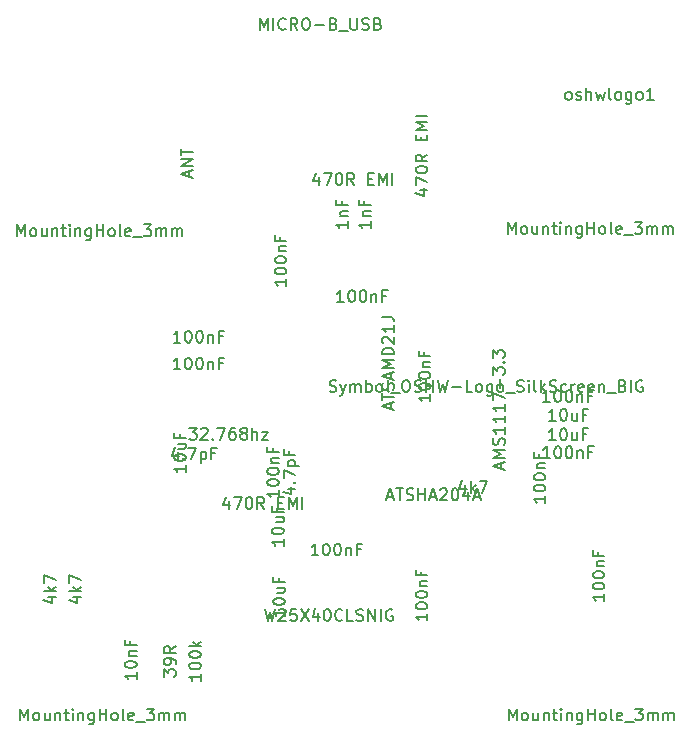
<source format=gbr>
G04 #@! TF.FileFunction,Other,Fab,Top*
%FSLAX46Y46*%
G04 Gerber Fmt 4.6, Leading zero omitted, Abs format (unit mm)*
G04 Created by KiCad (PCBNEW (2015-05-09 BZR 5648)-product) date man 31 aug 2015 20:27:45 CEST*
%MOMM*%
G01*
G04 APERTURE LIST*
%ADD10C,0.100000*%
%ADD11C,0.150000*%
G04 APERTURE END LIST*
D10*
D11*
X158210169Y-114622841D02*
X158210169Y-113622841D01*
X158543503Y-114337127D01*
X158876836Y-113622841D01*
X158876836Y-114622841D01*
X159495883Y-114622841D02*
X159400645Y-114575222D01*
X159353026Y-114527603D01*
X159305407Y-114432365D01*
X159305407Y-114146650D01*
X159353026Y-114051412D01*
X159400645Y-114003793D01*
X159495883Y-113956174D01*
X159638741Y-113956174D01*
X159733979Y-114003793D01*
X159781598Y-114051412D01*
X159829217Y-114146650D01*
X159829217Y-114432365D01*
X159781598Y-114527603D01*
X159733979Y-114575222D01*
X159638741Y-114622841D01*
X159495883Y-114622841D01*
X160686360Y-113956174D02*
X160686360Y-114622841D01*
X160257788Y-113956174D02*
X160257788Y-114479984D01*
X160305407Y-114575222D01*
X160400645Y-114622841D01*
X160543503Y-114622841D01*
X160638741Y-114575222D01*
X160686360Y-114527603D01*
X161162550Y-113956174D02*
X161162550Y-114622841D01*
X161162550Y-114051412D02*
X161210169Y-114003793D01*
X161305407Y-113956174D01*
X161448265Y-113956174D01*
X161543503Y-114003793D01*
X161591122Y-114099031D01*
X161591122Y-114622841D01*
X161924455Y-113956174D02*
X162305407Y-113956174D01*
X162067312Y-113622841D02*
X162067312Y-114479984D01*
X162114931Y-114575222D01*
X162210169Y-114622841D01*
X162305407Y-114622841D01*
X162638741Y-114622841D02*
X162638741Y-113956174D01*
X162638741Y-113622841D02*
X162591122Y-113670460D01*
X162638741Y-113718079D01*
X162686360Y-113670460D01*
X162638741Y-113622841D01*
X162638741Y-113718079D01*
X163114931Y-113956174D02*
X163114931Y-114622841D01*
X163114931Y-114051412D02*
X163162550Y-114003793D01*
X163257788Y-113956174D01*
X163400646Y-113956174D01*
X163495884Y-114003793D01*
X163543503Y-114099031D01*
X163543503Y-114622841D01*
X164448265Y-113956174D02*
X164448265Y-114765698D01*
X164400646Y-114860936D01*
X164353027Y-114908555D01*
X164257788Y-114956174D01*
X164114931Y-114956174D01*
X164019693Y-114908555D01*
X164448265Y-114575222D02*
X164353027Y-114622841D01*
X164162550Y-114622841D01*
X164067312Y-114575222D01*
X164019693Y-114527603D01*
X163972074Y-114432365D01*
X163972074Y-114146650D01*
X164019693Y-114051412D01*
X164067312Y-114003793D01*
X164162550Y-113956174D01*
X164353027Y-113956174D01*
X164448265Y-114003793D01*
X164924455Y-114622841D02*
X164924455Y-113622841D01*
X164924455Y-114099031D02*
X165495884Y-114099031D01*
X165495884Y-114622841D02*
X165495884Y-113622841D01*
X166114931Y-114622841D02*
X166019693Y-114575222D01*
X165972074Y-114527603D01*
X165924455Y-114432365D01*
X165924455Y-114146650D01*
X165972074Y-114051412D01*
X166019693Y-114003793D01*
X166114931Y-113956174D01*
X166257789Y-113956174D01*
X166353027Y-114003793D01*
X166400646Y-114051412D01*
X166448265Y-114146650D01*
X166448265Y-114432365D01*
X166400646Y-114527603D01*
X166353027Y-114575222D01*
X166257789Y-114622841D01*
X166114931Y-114622841D01*
X167019693Y-114622841D02*
X166924455Y-114575222D01*
X166876836Y-114479984D01*
X166876836Y-113622841D01*
X167781599Y-114575222D02*
X167686361Y-114622841D01*
X167495884Y-114622841D01*
X167400646Y-114575222D01*
X167353027Y-114479984D01*
X167353027Y-114099031D01*
X167400646Y-114003793D01*
X167495884Y-113956174D01*
X167686361Y-113956174D01*
X167781599Y-114003793D01*
X167829218Y-114099031D01*
X167829218Y-114194270D01*
X167353027Y-114289508D01*
X168019694Y-114718079D02*
X168781599Y-114718079D01*
X168924456Y-113622841D02*
X169543504Y-113622841D01*
X169210170Y-114003793D01*
X169353028Y-114003793D01*
X169448266Y-114051412D01*
X169495885Y-114099031D01*
X169543504Y-114194270D01*
X169543504Y-114432365D01*
X169495885Y-114527603D01*
X169448266Y-114575222D01*
X169353028Y-114622841D01*
X169067313Y-114622841D01*
X168972075Y-114575222D01*
X168924456Y-114527603D01*
X169972075Y-114622841D02*
X169972075Y-113956174D01*
X169972075Y-114051412D02*
X170019694Y-114003793D01*
X170114932Y-113956174D01*
X170257790Y-113956174D01*
X170353028Y-114003793D01*
X170400647Y-114099031D01*
X170400647Y-114622841D01*
X170400647Y-114099031D02*
X170448266Y-114003793D01*
X170543504Y-113956174D01*
X170686361Y-113956174D01*
X170781599Y-114003793D01*
X170829218Y-114099031D01*
X170829218Y-114622841D01*
X171305408Y-114622841D02*
X171305408Y-113956174D01*
X171305408Y-114051412D02*
X171353027Y-114003793D01*
X171448265Y-113956174D01*
X171591123Y-113956174D01*
X171686361Y-114003793D01*
X171733980Y-114099031D01*
X171733980Y-114622841D01*
X171733980Y-114099031D02*
X171781599Y-114003793D01*
X171876837Y-113956174D01*
X172019694Y-113956174D01*
X172114932Y-114003793D01*
X172162551Y-114099031D01*
X172162551Y-114622841D01*
X116858969Y-114622841D02*
X116858969Y-113622841D01*
X117192303Y-114337127D01*
X117525636Y-113622841D01*
X117525636Y-114622841D01*
X118144683Y-114622841D02*
X118049445Y-114575222D01*
X118001826Y-114527603D01*
X117954207Y-114432365D01*
X117954207Y-114146650D01*
X118001826Y-114051412D01*
X118049445Y-114003793D01*
X118144683Y-113956174D01*
X118287541Y-113956174D01*
X118382779Y-114003793D01*
X118430398Y-114051412D01*
X118478017Y-114146650D01*
X118478017Y-114432365D01*
X118430398Y-114527603D01*
X118382779Y-114575222D01*
X118287541Y-114622841D01*
X118144683Y-114622841D01*
X119335160Y-113956174D02*
X119335160Y-114622841D01*
X118906588Y-113956174D02*
X118906588Y-114479984D01*
X118954207Y-114575222D01*
X119049445Y-114622841D01*
X119192303Y-114622841D01*
X119287541Y-114575222D01*
X119335160Y-114527603D01*
X119811350Y-113956174D02*
X119811350Y-114622841D01*
X119811350Y-114051412D02*
X119858969Y-114003793D01*
X119954207Y-113956174D01*
X120097065Y-113956174D01*
X120192303Y-114003793D01*
X120239922Y-114099031D01*
X120239922Y-114622841D01*
X120573255Y-113956174D02*
X120954207Y-113956174D01*
X120716112Y-113622841D02*
X120716112Y-114479984D01*
X120763731Y-114575222D01*
X120858969Y-114622841D01*
X120954207Y-114622841D01*
X121287541Y-114622841D02*
X121287541Y-113956174D01*
X121287541Y-113622841D02*
X121239922Y-113670460D01*
X121287541Y-113718079D01*
X121335160Y-113670460D01*
X121287541Y-113622841D01*
X121287541Y-113718079D01*
X121763731Y-113956174D02*
X121763731Y-114622841D01*
X121763731Y-114051412D02*
X121811350Y-114003793D01*
X121906588Y-113956174D01*
X122049446Y-113956174D01*
X122144684Y-114003793D01*
X122192303Y-114099031D01*
X122192303Y-114622841D01*
X123097065Y-113956174D02*
X123097065Y-114765698D01*
X123049446Y-114860936D01*
X123001827Y-114908555D01*
X122906588Y-114956174D01*
X122763731Y-114956174D01*
X122668493Y-114908555D01*
X123097065Y-114575222D02*
X123001827Y-114622841D01*
X122811350Y-114622841D01*
X122716112Y-114575222D01*
X122668493Y-114527603D01*
X122620874Y-114432365D01*
X122620874Y-114146650D01*
X122668493Y-114051412D01*
X122716112Y-114003793D01*
X122811350Y-113956174D01*
X123001827Y-113956174D01*
X123097065Y-114003793D01*
X123573255Y-114622841D02*
X123573255Y-113622841D01*
X123573255Y-114099031D02*
X124144684Y-114099031D01*
X124144684Y-114622841D02*
X124144684Y-113622841D01*
X124763731Y-114622841D02*
X124668493Y-114575222D01*
X124620874Y-114527603D01*
X124573255Y-114432365D01*
X124573255Y-114146650D01*
X124620874Y-114051412D01*
X124668493Y-114003793D01*
X124763731Y-113956174D01*
X124906589Y-113956174D01*
X125001827Y-114003793D01*
X125049446Y-114051412D01*
X125097065Y-114146650D01*
X125097065Y-114432365D01*
X125049446Y-114527603D01*
X125001827Y-114575222D01*
X124906589Y-114622841D01*
X124763731Y-114622841D01*
X125668493Y-114622841D02*
X125573255Y-114575222D01*
X125525636Y-114479984D01*
X125525636Y-113622841D01*
X126430399Y-114575222D02*
X126335161Y-114622841D01*
X126144684Y-114622841D01*
X126049446Y-114575222D01*
X126001827Y-114479984D01*
X126001827Y-114099031D01*
X126049446Y-114003793D01*
X126144684Y-113956174D01*
X126335161Y-113956174D01*
X126430399Y-114003793D01*
X126478018Y-114099031D01*
X126478018Y-114194270D01*
X126001827Y-114289508D01*
X126668494Y-114718079D02*
X127430399Y-114718079D01*
X127573256Y-113622841D02*
X128192304Y-113622841D01*
X127858970Y-114003793D01*
X128001828Y-114003793D01*
X128097066Y-114051412D01*
X128144685Y-114099031D01*
X128192304Y-114194270D01*
X128192304Y-114432365D01*
X128144685Y-114527603D01*
X128097066Y-114575222D01*
X128001828Y-114622841D01*
X127716113Y-114622841D01*
X127620875Y-114575222D01*
X127573256Y-114527603D01*
X128620875Y-114622841D02*
X128620875Y-113956174D01*
X128620875Y-114051412D02*
X128668494Y-114003793D01*
X128763732Y-113956174D01*
X128906590Y-113956174D01*
X129001828Y-114003793D01*
X129049447Y-114099031D01*
X129049447Y-114622841D01*
X129049447Y-114099031D02*
X129097066Y-114003793D01*
X129192304Y-113956174D01*
X129335161Y-113956174D01*
X129430399Y-114003793D01*
X129478018Y-114099031D01*
X129478018Y-114622841D01*
X129954208Y-114622841D02*
X129954208Y-113956174D01*
X129954208Y-114051412D02*
X130001827Y-114003793D01*
X130097065Y-113956174D01*
X130239923Y-113956174D01*
X130335161Y-114003793D01*
X130382780Y-114099031D01*
X130382780Y-114622841D01*
X130382780Y-114099031D02*
X130430399Y-114003793D01*
X130525637Y-113956174D01*
X130668494Y-113956174D01*
X130763732Y-114003793D01*
X130811351Y-114099031D01*
X130811351Y-114622841D01*
X158159369Y-73424041D02*
X158159369Y-72424041D01*
X158492703Y-73138327D01*
X158826036Y-72424041D01*
X158826036Y-73424041D01*
X159445083Y-73424041D02*
X159349845Y-73376422D01*
X159302226Y-73328803D01*
X159254607Y-73233565D01*
X159254607Y-72947850D01*
X159302226Y-72852612D01*
X159349845Y-72804993D01*
X159445083Y-72757374D01*
X159587941Y-72757374D01*
X159683179Y-72804993D01*
X159730798Y-72852612D01*
X159778417Y-72947850D01*
X159778417Y-73233565D01*
X159730798Y-73328803D01*
X159683179Y-73376422D01*
X159587941Y-73424041D01*
X159445083Y-73424041D01*
X160635560Y-72757374D02*
X160635560Y-73424041D01*
X160206988Y-72757374D02*
X160206988Y-73281184D01*
X160254607Y-73376422D01*
X160349845Y-73424041D01*
X160492703Y-73424041D01*
X160587941Y-73376422D01*
X160635560Y-73328803D01*
X161111750Y-72757374D02*
X161111750Y-73424041D01*
X161111750Y-72852612D02*
X161159369Y-72804993D01*
X161254607Y-72757374D01*
X161397465Y-72757374D01*
X161492703Y-72804993D01*
X161540322Y-72900231D01*
X161540322Y-73424041D01*
X161873655Y-72757374D02*
X162254607Y-72757374D01*
X162016512Y-72424041D02*
X162016512Y-73281184D01*
X162064131Y-73376422D01*
X162159369Y-73424041D01*
X162254607Y-73424041D01*
X162587941Y-73424041D02*
X162587941Y-72757374D01*
X162587941Y-72424041D02*
X162540322Y-72471660D01*
X162587941Y-72519279D01*
X162635560Y-72471660D01*
X162587941Y-72424041D01*
X162587941Y-72519279D01*
X163064131Y-72757374D02*
X163064131Y-73424041D01*
X163064131Y-72852612D02*
X163111750Y-72804993D01*
X163206988Y-72757374D01*
X163349846Y-72757374D01*
X163445084Y-72804993D01*
X163492703Y-72900231D01*
X163492703Y-73424041D01*
X164397465Y-72757374D02*
X164397465Y-73566898D01*
X164349846Y-73662136D01*
X164302227Y-73709755D01*
X164206988Y-73757374D01*
X164064131Y-73757374D01*
X163968893Y-73709755D01*
X164397465Y-73376422D02*
X164302227Y-73424041D01*
X164111750Y-73424041D01*
X164016512Y-73376422D01*
X163968893Y-73328803D01*
X163921274Y-73233565D01*
X163921274Y-72947850D01*
X163968893Y-72852612D01*
X164016512Y-72804993D01*
X164111750Y-72757374D01*
X164302227Y-72757374D01*
X164397465Y-72804993D01*
X164873655Y-73424041D02*
X164873655Y-72424041D01*
X164873655Y-72900231D02*
X165445084Y-72900231D01*
X165445084Y-73424041D02*
X165445084Y-72424041D01*
X166064131Y-73424041D02*
X165968893Y-73376422D01*
X165921274Y-73328803D01*
X165873655Y-73233565D01*
X165873655Y-72947850D01*
X165921274Y-72852612D01*
X165968893Y-72804993D01*
X166064131Y-72757374D01*
X166206989Y-72757374D01*
X166302227Y-72804993D01*
X166349846Y-72852612D01*
X166397465Y-72947850D01*
X166397465Y-73233565D01*
X166349846Y-73328803D01*
X166302227Y-73376422D01*
X166206989Y-73424041D01*
X166064131Y-73424041D01*
X166968893Y-73424041D02*
X166873655Y-73376422D01*
X166826036Y-73281184D01*
X166826036Y-72424041D01*
X167730799Y-73376422D02*
X167635561Y-73424041D01*
X167445084Y-73424041D01*
X167349846Y-73376422D01*
X167302227Y-73281184D01*
X167302227Y-72900231D01*
X167349846Y-72804993D01*
X167445084Y-72757374D01*
X167635561Y-72757374D01*
X167730799Y-72804993D01*
X167778418Y-72900231D01*
X167778418Y-72995470D01*
X167302227Y-73090708D01*
X167968894Y-73519279D02*
X168730799Y-73519279D01*
X168873656Y-72424041D02*
X169492704Y-72424041D01*
X169159370Y-72804993D01*
X169302228Y-72804993D01*
X169397466Y-72852612D01*
X169445085Y-72900231D01*
X169492704Y-72995470D01*
X169492704Y-73233565D01*
X169445085Y-73328803D01*
X169397466Y-73376422D01*
X169302228Y-73424041D01*
X169016513Y-73424041D01*
X168921275Y-73376422D01*
X168873656Y-73328803D01*
X169921275Y-73424041D02*
X169921275Y-72757374D01*
X169921275Y-72852612D02*
X169968894Y-72804993D01*
X170064132Y-72757374D01*
X170206990Y-72757374D01*
X170302228Y-72804993D01*
X170349847Y-72900231D01*
X170349847Y-73424041D01*
X170349847Y-72900231D02*
X170397466Y-72804993D01*
X170492704Y-72757374D01*
X170635561Y-72757374D01*
X170730799Y-72804993D01*
X170778418Y-72900231D01*
X170778418Y-73424041D01*
X171254608Y-73424041D02*
X171254608Y-72757374D01*
X171254608Y-72852612D02*
X171302227Y-72804993D01*
X171397465Y-72757374D01*
X171540323Y-72757374D01*
X171635561Y-72804993D01*
X171683180Y-72900231D01*
X171683180Y-73424041D01*
X171683180Y-72900231D02*
X171730799Y-72804993D01*
X171826037Y-72757374D01*
X171968894Y-72757374D01*
X172064132Y-72804993D01*
X172111751Y-72900231D01*
X172111751Y-73424041D01*
X130876381Y-93019428D02*
X130876381Y-93590857D01*
X130876381Y-93305143D02*
X129876381Y-93305143D01*
X130019238Y-93400381D01*
X130114476Y-93495619D01*
X130162095Y-93590857D01*
X129876381Y-92400381D02*
X129876381Y-92305142D01*
X129924000Y-92209904D01*
X129971619Y-92162285D01*
X130066857Y-92114666D01*
X130257333Y-92067047D01*
X130495429Y-92067047D01*
X130685905Y-92114666D01*
X130781143Y-92162285D01*
X130828762Y-92209904D01*
X130876381Y-92305142D01*
X130876381Y-92400381D01*
X130828762Y-92495619D01*
X130781143Y-92543238D01*
X130685905Y-92590857D01*
X130495429Y-92638476D01*
X130257333Y-92638476D01*
X130066857Y-92590857D01*
X129971619Y-92543238D01*
X129924000Y-92495619D01*
X129876381Y-92400381D01*
X130209714Y-91209904D02*
X130876381Y-91209904D01*
X130209714Y-91638476D02*
X130733524Y-91638476D01*
X130828762Y-91590857D01*
X130876381Y-91495619D01*
X130876381Y-91352761D01*
X130828762Y-91257523D01*
X130781143Y-91209904D01*
X130352571Y-90400380D02*
X130352571Y-90733714D01*
X130876381Y-90733714D02*
X129876381Y-90733714D01*
X129876381Y-90257523D01*
X137549619Y-105187381D02*
X137787714Y-106187381D01*
X137978191Y-105473095D01*
X138168667Y-106187381D01*
X138406762Y-105187381D01*
X138740095Y-105282619D02*
X138787714Y-105235000D01*
X138882952Y-105187381D01*
X139121048Y-105187381D01*
X139216286Y-105235000D01*
X139263905Y-105282619D01*
X139311524Y-105377857D01*
X139311524Y-105473095D01*
X139263905Y-105615952D01*
X138692476Y-106187381D01*
X139311524Y-106187381D01*
X140216286Y-105187381D02*
X139740095Y-105187381D01*
X139692476Y-105663571D01*
X139740095Y-105615952D01*
X139835333Y-105568333D01*
X140073429Y-105568333D01*
X140168667Y-105615952D01*
X140216286Y-105663571D01*
X140263905Y-105758810D01*
X140263905Y-105996905D01*
X140216286Y-106092143D01*
X140168667Y-106139762D01*
X140073429Y-106187381D01*
X139835333Y-106187381D01*
X139740095Y-106139762D01*
X139692476Y-106092143D01*
X140597238Y-105187381D02*
X141263905Y-106187381D01*
X141263905Y-105187381D02*
X140597238Y-106187381D01*
X142073429Y-105520714D02*
X142073429Y-106187381D01*
X141835333Y-105139762D02*
X141597238Y-105854048D01*
X142216286Y-105854048D01*
X142787714Y-105187381D02*
X142882953Y-105187381D01*
X142978191Y-105235000D01*
X143025810Y-105282619D01*
X143073429Y-105377857D01*
X143121048Y-105568333D01*
X143121048Y-105806429D01*
X143073429Y-105996905D01*
X143025810Y-106092143D01*
X142978191Y-106139762D01*
X142882953Y-106187381D01*
X142787714Y-106187381D01*
X142692476Y-106139762D01*
X142644857Y-106092143D01*
X142597238Y-105996905D01*
X142549619Y-105806429D01*
X142549619Y-105568333D01*
X142597238Y-105377857D01*
X142644857Y-105282619D01*
X142692476Y-105235000D01*
X142787714Y-105187381D01*
X144121048Y-106092143D02*
X144073429Y-106139762D01*
X143930572Y-106187381D01*
X143835334Y-106187381D01*
X143692476Y-106139762D01*
X143597238Y-106044524D01*
X143549619Y-105949286D01*
X143502000Y-105758810D01*
X143502000Y-105615952D01*
X143549619Y-105425476D01*
X143597238Y-105330238D01*
X143692476Y-105235000D01*
X143835334Y-105187381D01*
X143930572Y-105187381D01*
X144073429Y-105235000D01*
X144121048Y-105282619D01*
X145025810Y-106187381D02*
X144549619Y-106187381D01*
X144549619Y-105187381D01*
X145311524Y-106139762D02*
X145454381Y-106187381D01*
X145692477Y-106187381D01*
X145787715Y-106139762D01*
X145835334Y-106092143D01*
X145882953Y-105996905D01*
X145882953Y-105901667D01*
X145835334Y-105806429D01*
X145787715Y-105758810D01*
X145692477Y-105711190D01*
X145502000Y-105663571D01*
X145406762Y-105615952D01*
X145359143Y-105568333D01*
X145311524Y-105473095D01*
X145311524Y-105377857D01*
X145359143Y-105282619D01*
X145406762Y-105235000D01*
X145502000Y-105187381D01*
X145740096Y-105187381D01*
X145882953Y-105235000D01*
X146311524Y-106187381D02*
X146311524Y-105187381D01*
X146882953Y-106187381D01*
X146882953Y-105187381D01*
X147359143Y-106187381D02*
X147359143Y-105187381D01*
X148359143Y-105235000D02*
X148263905Y-105187381D01*
X148121048Y-105187381D01*
X147978190Y-105235000D01*
X147882952Y-105330238D01*
X147835333Y-105425476D01*
X147787714Y-105615952D01*
X147787714Y-105758810D01*
X147835333Y-105949286D01*
X147882952Y-106044524D01*
X147978190Y-106139762D01*
X148121048Y-106187381D01*
X148216286Y-106187381D01*
X148359143Y-106139762D01*
X148406762Y-106092143D01*
X148406762Y-105758810D01*
X148216286Y-105758810D01*
X161310581Y-95614019D02*
X161310581Y-96185448D01*
X161310581Y-95899734D02*
X160310581Y-95899734D01*
X160453438Y-95994972D01*
X160548676Y-96090210D01*
X160596295Y-96185448D01*
X160310581Y-94994972D02*
X160310581Y-94899733D01*
X160358200Y-94804495D01*
X160405819Y-94756876D01*
X160501057Y-94709257D01*
X160691533Y-94661638D01*
X160929629Y-94661638D01*
X161120105Y-94709257D01*
X161215343Y-94756876D01*
X161262962Y-94804495D01*
X161310581Y-94899733D01*
X161310581Y-94994972D01*
X161262962Y-95090210D01*
X161215343Y-95137829D01*
X161120105Y-95185448D01*
X160929629Y-95233067D01*
X160691533Y-95233067D01*
X160501057Y-95185448D01*
X160405819Y-95137829D01*
X160358200Y-95090210D01*
X160310581Y-94994972D01*
X160310581Y-94042591D02*
X160310581Y-93947352D01*
X160358200Y-93852114D01*
X160405819Y-93804495D01*
X160501057Y-93756876D01*
X160691533Y-93709257D01*
X160929629Y-93709257D01*
X161120105Y-93756876D01*
X161215343Y-93804495D01*
X161262962Y-93852114D01*
X161310581Y-93947352D01*
X161310581Y-94042591D01*
X161262962Y-94137829D01*
X161215343Y-94185448D01*
X161120105Y-94233067D01*
X160929629Y-94280686D01*
X160691533Y-94280686D01*
X160501057Y-94233067D01*
X160405819Y-94185448D01*
X160358200Y-94137829D01*
X160310581Y-94042591D01*
X160643914Y-93280686D02*
X161310581Y-93280686D01*
X160739152Y-93280686D02*
X160691533Y-93233067D01*
X160643914Y-93137829D01*
X160643914Y-92994971D01*
X160691533Y-92899733D01*
X160786771Y-92852114D01*
X161310581Y-92852114D01*
X160786771Y-92042590D02*
X160786771Y-92375924D01*
X161310581Y-92375924D02*
X160310581Y-92375924D01*
X160310581Y-91899733D01*
X130405381Y-82626381D02*
X129833952Y-82626381D01*
X130119666Y-82626381D02*
X130119666Y-81626381D01*
X130024428Y-81769238D01*
X129929190Y-81864476D01*
X129833952Y-81912095D01*
X131024428Y-81626381D02*
X131119667Y-81626381D01*
X131214905Y-81674000D01*
X131262524Y-81721619D01*
X131310143Y-81816857D01*
X131357762Y-82007333D01*
X131357762Y-82245429D01*
X131310143Y-82435905D01*
X131262524Y-82531143D01*
X131214905Y-82578762D01*
X131119667Y-82626381D01*
X131024428Y-82626381D01*
X130929190Y-82578762D01*
X130881571Y-82531143D01*
X130833952Y-82435905D01*
X130786333Y-82245429D01*
X130786333Y-82007333D01*
X130833952Y-81816857D01*
X130881571Y-81721619D01*
X130929190Y-81674000D01*
X131024428Y-81626381D01*
X131976809Y-81626381D02*
X132072048Y-81626381D01*
X132167286Y-81674000D01*
X132214905Y-81721619D01*
X132262524Y-81816857D01*
X132310143Y-82007333D01*
X132310143Y-82245429D01*
X132262524Y-82435905D01*
X132214905Y-82531143D01*
X132167286Y-82578762D01*
X132072048Y-82626381D01*
X131976809Y-82626381D01*
X131881571Y-82578762D01*
X131833952Y-82531143D01*
X131786333Y-82435905D01*
X131738714Y-82245429D01*
X131738714Y-82007333D01*
X131786333Y-81816857D01*
X131833952Y-81721619D01*
X131881571Y-81674000D01*
X131976809Y-81626381D01*
X132738714Y-81959714D02*
X132738714Y-82626381D01*
X132738714Y-82054952D02*
X132786333Y-82007333D01*
X132881571Y-81959714D01*
X133024429Y-81959714D01*
X133119667Y-82007333D01*
X133167286Y-82102571D01*
X133167286Y-82626381D01*
X133976810Y-82102571D02*
X133643476Y-82102571D01*
X133643476Y-82626381D02*
X133643476Y-81626381D01*
X134119667Y-81626381D01*
X139385381Y-77239619D02*
X139385381Y-77811048D01*
X139385381Y-77525334D02*
X138385381Y-77525334D01*
X138528238Y-77620572D01*
X138623476Y-77715810D01*
X138671095Y-77811048D01*
X138385381Y-76620572D02*
X138385381Y-76525333D01*
X138433000Y-76430095D01*
X138480619Y-76382476D01*
X138575857Y-76334857D01*
X138766333Y-76287238D01*
X139004429Y-76287238D01*
X139194905Y-76334857D01*
X139290143Y-76382476D01*
X139337762Y-76430095D01*
X139385381Y-76525333D01*
X139385381Y-76620572D01*
X139337762Y-76715810D01*
X139290143Y-76763429D01*
X139194905Y-76811048D01*
X139004429Y-76858667D01*
X138766333Y-76858667D01*
X138575857Y-76811048D01*
X138480619Y-76763429D01*
X138433000Y-76715810D01*
X138385381Y-76620572D01*
X138385381Y-75668191D02*
X138385381Y-75572952D01*
X138433000Y-75477714D01*
X138480619Y-75430095D01*
X138575857Y-75382476D01*
X138766333Y-75334857D01*
X139004429Y-75334857D01*
X139194905Y-75382476D01*
X139290143Y-75430095D01*
X139337762Y-75477714D01*
X139385381Y-75572952D01*
X139385381Y-75668191D01*
X139337762Y-75763429D01*
X139290143Y-75811048D01*
X139194905Y-75858667D01*
X139004429Y-75906286D01*
X138766333Y-75906286D01*
X138575857Y-75858667D01*
X138480619Y-75811048D01*
X138433000Y-75763429D01*
X138385381Y-75668191D01*
X138718714Y-74906286D02*
X139385381Y-74906286D01*
X138813952Y-74906286D02*
X138766333Y-74858667D01*
X138718714Y-74763429D01*
X138718714Y-74620571D01*
X138766333Y-74525333D01*
X138861571Y-74477714D01*
X139385381Y-74477714D01*
X138861571Y-73668190D02*
X138861571Y-74001524D01*
X139385381Y-74001524D02*
X138385381Y-74001524D01*
X138385381Y-73525333D01*
X151582381Y-87018619D02*
X151582381Y-87590048D01*
X151582381Y-87304334D02*
X150582381Y-87304334D01*
X150725238Y-87399572D01*
X150820476Y-87494810D01*
X150868095Y-87590048D01*
X150582381Y-86399572D02*
X150582381Y-86304333D01*
X150630000Y-86209095D01*
X150677619Y-86161476D01*
X150772857Y-86113857D01*
X150963333Y-86066238D01*
X151201429Y-86066238D01*
X151391905Y-86113857D01*
X151487143Y-86161476D01*
X151534762Y-86209095D01*
X151582381Y-86304333D01*
X151582381Y-86399572D01*
X151534762Y-86494810D01*
X151487143Y-86542429D01*
X151391905Y-86590048D01*
X151201429Y-86637667D01*
X150963333Y-86637667D01*
X150772857Y-86590048D01*
X150677619Y-86542429D01*
X150630000Y-86494810D01*
X150582381Y-86399572D01*
X150582381Y-85447191D02*
X150582381Y-85351952D01*
X150630000Y-85256714D01*
X150677619Y-85209095D01*
X150772857Y-85161476D01*
X150963333Y-85113857D01*
X151201429Y-85113857D01*
X151391905Y-85161476D01*
X151487143Y-85209095D01*
X151534762Y-85256714D01*
X151582381Y-85351952D01*
X151582381Y-85447191D01*
X151534762Y-85542429D01*
X151487143Y-85590048D01*
X151391905Y-85637667D01*
X151201429Y-85685286D01*
X150963333Y-85685286D01*
X150772857Y-85637667D01*
X150677619Y-85590048D01*
X150630000Y-85542429D01*
X150582381Y-85447191D01*
X150915714Y-84685286D02*
X151582381Y-84685286D01*
X151010952Y-84685286D02*
X150963333Y-84637667D01*
X150915714Y-84542429D01*
X150915714Y-84399571D01*
X150963333Y-84304333D01*
X151058571Y-84256714D01*
X151582381Y-84256714D01*
X151058571Y-83447190D02*
X151058571Y-83780524D01*
X151582381Y-83780524D02*
X150582381Y-83780524D01*
X150582381Y-83304333D01*
X138760381Y-95146619D02*
X138760381Y-95718048D01*
X138760381Y-95432334D02*
X137760381Y-95432334D01*
X137903238Y-95527572D01*
X137998476Y-95622810D01*
X138046095Y-95718048D01*
X137760381Y-94527572D02*
X137760381Y-94432333D01*
X137808000Y-94337095D01*
X137855619Y-94289476D01*
X137950857Y-94241857D01*
X138141333Y-94194238D01*
X138379429Y-94194238D01*
X138569905Y-94241857D01*
X138665143Y-94289476D01*
X138712762Y-94337095D01*
X138760381Y-94432333D01*
X138760381Y-94527572D01*
X138712762Y-94622810D01*
X138665143Y-94670429D01*
X138569905Y-94718048D01*
X138379429Y-94765667D01*
X138141333Y-94765667D01*
X137950857Y-94718048D01*
X137855619Y-94670429D01*
X137808000Y-94622810D01*
X137760381Y-94527572D01*
X137760381Y-93575191D02*
X137760381Y-93479952D01*
X137808000Y-93384714D01*
X137855619Y-93337095D01*
X137950857Y-93289476D01*
X138141333Y-93241857D01*
X138379429Y-93241857D01*
X138569905Y-93289476D01*
X138665143Y-93337095D01*
X138712762Y-93384714D01*
X138760381Y-93479952D01*
X138760381Y-93575191D01*
X138712762Y-93670429D01*
X138665143Y-93718048D01*
X138569905Y-93765667D01*
X138379429Y-93813286D01*
X138141333Y-93813286D01*
X137950857Y-93765667D01*
X137855619Y-93718048D01*
X137808000Y-93670429D01*
X137760381Y-93575191D01*
X138093714Y-92813286D02*
X138760381Y-92813286D01*
X138188952Y-92813286D02*
X138141333Y-92765667D01*
X138093714Y-92670429D01*
X138093714Y-92527571D01*
X138141333Y-92432333D01*
X138236571Y-92384714D01*
X138760381Y-92384714D01*
X138236571Y-91575190D02*
X138236571Y-91908524D01*
X138760381Y-91908524D02*
X137760381Y-91908524D01*
X137760381Y-91432333D01*
X151323381Y-105586019D02*
X151323381Y-106157448D01*
X151323381Y-105871734D02*
X150323381Y-105871734D01*
X150466238Y-105966972D01*
X150561476Y-106062210D01*
X150609095Y-106157448D01*
X150323381Y-104966972D02*
X150323381Y-104871733D01*
X150371000Y-104776495D01*
X150418619Y-104728876D01*
X150513857Y-104681257D01*
X150704333Y-104633638D01*
X150942429Y-104633638D01*
X151132905Y-104681257D01*
X151228143Y-104728876D01*
X151275762Y-104776495D01*
X151323381Y-104871733D01*
X151323381Y-104966972D01*
X151275762Y-105062210D01*
X151228143Y-105109829D01*
X151132905Y-105157448D01*
X150942429Y-105205067D01*
X150704333Y-105205067D01*
X150513857Y-105157448D01*
X150418619Y-105109829D01*
X150371000Y-105062210D01*
X150323381Y-104966972D01*
X150323381Y-104014591D02*
X150323381Y-103919352D01*
X150371000Y-103824114D01*
X150418619Y-103776495D01*
X150513857Y-103728876D01*
X150704333Y-103681257D01*
X150942429Y-103681257D01*
X151132905Y-103728876D01*
X151228143Y-103776495D01*
X151275762Y-103824114D01*
X151323381Y-103919352D01*
X151323381Y-104014591D01*
X151275762Y-104109829D01*
X151228143Y-104157448D01*
X151132905Y-104205067D01*
X150942429Y-104252686D01*
X150704333Y-104252686D01*
X150513857Y-104205067D01*
X150418619Y-104157448D01*
X150371000Y-104109829D01*
X150323381Y-104014591D01*
X150656714Y-103252686D02*
X151323381Y-103252686D01*
X150751952Y-103252686D02*
X150704333Y-103205067D01*
X150656714Y-103109829D01*
X150656714Y-102966971D01*
X150704333Y-102871733D01*
X150799571Y-102824114D01*
X151323381Y-102824114D01*
X150799571Y-102014590D02*
X150799571Y-102347924D01*
X151323381Y-102347924D02*
X150323381Y-102347924D01*
X150323381Y-101871733D01*
X139258381Y-105211428D02*
X139258381Y-105782857D01*
X139258381Y-105497143D02*
X138258381Y-105497143D01*
X138401238Y-105592381D01*
X138496476Y-105687619D01*
X138544095Y-105782857D01*
X138258381Y-104592381D02*
X138258381Y-104497142D01*
X138306000Y-104401904D01*
X138353619Y-104354285D01*
X138448857Y-104306666D01*
X138639333Y-104259047D01*
X138877429Y-104259047D01*
X139067905Y-104306666D01*
X139163143Y-104354285D01*
X139210762Y-104401904D01*
X139258381Y-104497142D01*
X139258381Y-104592381D01*
X139210762Y-104687619D01*
X139163143Y-104735238D01*
X139067905Y-104782857D01*
X138877429Y-104830476D01*
X138639333Y-104830476D01*
X138448857Y-104782857D01*
X138353619Y-104735238D01*
X138306000Y-104687619D01*
X138258381Y-104592381D01*
X138591714Y-103401904D02*
X139258381Y-103401904D01*
X138591714Y-103830476D02*
X139115524Y-103830476D01*
X139210762Y-103782857D01*
X139258381Y-103687619D01*
X139258381Y-103544761D01*
X139210762Y-103449523D01*
X139163143Y-103401904D01*
X138734571Y-102592380D02*
X138734571Y-102925714D01*
X139258381Y-102925714D02*
X138258381Y-102925714D01*
X138258381Y-102449523D01*
X166314381Y-103909619D02*
X166314381Y-104481048D01*
X166314381Y-104195334D02*
X165314381Y-104195334D01*
X165457238Y-104290572D01*
X165552476Y-104385810D01*
X165600095Y-104481048D01*
X165314381Y-103290572D02*
X165314381Y-103195333D01*
X165362000Y-103100095D01*
X165409619Y-103052476D01*
X165504857Y-103004857D01*
X165695333Y-102957238D01*
X165933429Y-102957238D01*
X166123905Y-103004857D01*
X166219143Y-103052476D01*
X166266762Y-103100095D01*
X166314381Y-103195333D01*
X166314381Y-103290572D01*
X166266762Y-103385810D01*
X166219143Y-103433429D01*
X166123905Y-103481048D01*
X165933429Y-103528667D01*
X165695333Y-103528667D01*
X165504857Y-103481048D01*
X165409619Y-103433429D01*
X165362000Y-103385810D01*
X165314381Y-103290572D01*
X165314381Y-102338191D02*
X165314381Y-102242952D01*
X165362000Y-102147714D01*
X165409619Y-102100095D01*
X165504857Y-102052476D01*
X165695333Y-102004857D01*
X165933429Y-102004857D01*
X166123905Y-102052476D01*
X166219143Y-102100095D01*
X166266762Y-102147714D01*
X166314381Y-102242952D01*
X166314381Y-102338191D01*
X166266762Y-102433429D01*
X166219143Y-102481048D01*
X166123905Y-102528667D01*
X165933429Y-102576286D01*
X165695333Y-102576286D01*
X165504857Y-102528667D01*
X165409619Y-102481048D01*
X165362000Y-102433429D01*
X165314381Y-102338191D01*
X165647714Y-101576286D02*
X166314381Y-101576286D01*
X165742952Y-101576286D02*
X165695333Y-101528667D01*
X165647714Y-101433429D01*
X165647714Y-101290571D01*
X165695333Y-101195333D01*
X165790571Y-101147714D01*
X166314381Y-101147714D01*
X165790571Y-100338190D02*
X165790571Y-100671524D01*
X166314381Y-100671524D02*
X165314381Y-100671524D01*
X165314381Y-100195333D01*
X142089381Y-100650381D02*
X141517952Y-100650381D01*
X141803666Y-100650381D02*
X141803666Y-99650381D01*
X141708428Y-99793238D01*
X141613190Y-99888476D01*
X141517952Y-99936095D01*
X142708428Y-99650381D02*
X142803667Y-99650381D01*
X142898905Y-99698000D01*
X142946524Y-99745619D01*
X142994143Y-99840857D01*
X143041762Y-100031333D01*
X143041762Y-100269429D01*
X142994143Y-100459905D01*
X142946524Y-100555143D01*
X142898905Y-100602762D01*
X142803667Y-100650381D01*
X142708428Y-100650381D01*
X142613190Y-100602762D01*
X142565571Y-100555143D01*
X142517952Y-100459905D01*
X142470333Y-100269429D01*
X142470333Y-100031333D01*
X142517952Y-99840857D01*
X142565571Y-99745619D01*
X142613190Y-99698000D01*
X142708428Y-99650381D01*
X143660809Y-99650381D02*
X143756048Y-99650381D01*
X143851286Y-99698000D01*
X143898905Y-99745619D01*
X143946524Y-99840857D01*
X143994143Y-100031333D01*
X143994143Y-100269429D01*
X143946524Y-100459905D01*
X143898905Y-100555143D01*
X143851286Y-100602762D01*
X143756048Y-100650381D01*
X143660809Y-100650381D01*
X143565571Y-100602762D01*
X143517952Y-100555143D01*
X143470333Y-100459905D01*
X143422714Y-100269429D01*
X143422714Y-100031333D01*
X143470333Y-99840857D01*
X143517952Y-99745619D01*
X143565571Y-99698000D01*
X143660809Y-99650381D01*
X144422714Y-99983714D02*
X144422714Y-100650381D01*
X144422714Y-100078952D02*
X144470333Y-100031333D01*
X144565571Y-99983714D01*
X144708429Y-99983714D01*
X144803667Y-100031333D01*
X144851286Y-100126571D01*
X144851286Y-100650381D01*
X145660810Y-100126571D02*
X145327476Y-100126571D01*
X145327476Y-100650381D02*
X145327476Y-99650381D01*
X145803667Y-99650381D01*
X162174372Y-89245781D02*
X161602943Y-89245781D01*
X161888657Y-89245781D02*
X161888657Y-88245781D01*
X161793419Y-88388638D01*
X161698181Y-88483876D01*
X161602943Y-88531495D01*
X162793419Y-88245781D02*
X162888658Y-88245781D01*
X162983896Y-88293400D01*
X163031515Y-88341019D01*
X163079134Y-88436257D01*
X163126753Y-88626733D01*
X163126753Y-88864829D01*
X163079134Y-89055305D01*
X163031515Y-89150543D01*
X162983896Y-89198162D01*
X162888658Y-89245781D01*
X162793419Y-89245781D01*
X162698181Y-89198162D01*
X162650562Y-89150543D01*
X162602943Y-89055305D01*
X162555324Y-88864829D01*
X162555324Y-88626733D01*
X162602943Y-88436257D01*
X162650562Y-88341019D01*
X162698181Y-88293400D01*
X162793419Y-88245781D01*
X163983896Y-88579114D02*
X163983896Y-89245781D01*
X163555324Y-88579114D02*
X163555324Y-89102924D01*
X163602943Y-89198162D01*
X163698181Y-89245781D01*
X163841039Y-89245781D01*
X163936277Y-89198162D01*
X163983896Y-89150543D01*
X164793420Y-88721971D02*
X164460086Y-88721971D01*
X164460086Y-89245781D02*
X164460086Y-88245781D01*
X164936277Y-88245781D01*
X161687981Y-87645581D02*
X161116552Y-87645581D01*
X161402266Y-87645581D02*
X161402266Y-86645581D01*
X161307028Y-86788438D01*
X161211790Y-86883676D01*
X161116552Y-86931295D01*
X162307028Y-86645581D02*
X162402267Y-86645581D01*
X162497505Y-86693200D01*
X162545124Y-86740819D01*
X162592743Y-86836057D01*
X162640362Y-87026533D01*
X162640362Y-87264629D01*
X162592743Y-87455105D01*
X162545124Y-87550343D01*
X162497505Y-87597962D01*
X162402267Y-87645581D01*
X162307028Y-87645581D01*
X162211790Y-87597962D01*
X162164171Y-87550343D01*
X162116552Y-87455105D01*
X162068933Y-87264629D01*
X162068933Y-87026533D01*
X162116552Y-86836057D01*
X162164171Y-86740819D01*
X162211790Y-86693200D01*
X162307028Y-86645581D01*
X163259409Y-86645581D02*
X163354648Y-86645581D01*
X163449886Y-86693200D01*
X163497505Y-86740819D01*
X163545124Y-86836057D01*
X163592743Y-87026533D01*
X163592743Y-87264629D01*
X163545124Y-87455105D01*
X163497505Y-87550343D01*
X163449886Y-87597962D01*
X163354648Y-87645581D01*
X163259409Y-87645581D01*
X163164171Y-87597962D01*
X163116552Y-87550343D01*
X163068933Y-87455105D01*
X163021314Y-87264629D01*
X163021314Y-87026533D01*
X163068933Y-86836057D01*
X163116552Y-86740819D01*
X163164171Y-86693200D01*
X163259409Y-86645581D01*
X164021314Y-86978914D02*
X164021314Y-87645581D01*
X164021314Y-87074152D02*
X164068933Y-87026533D01*
X164164171Y-86978914D01*
X164307029Y-86978914D01*
X164402267Y-87026533D01*
X164449886Y-87121771D01*
X164449886Y-87645581D01*
X165259410Y-87121771D02*
X164926076Y-87121771D01*
X164926076Y-87645581D02*
X164926076Y-86645581D01*
X165402267Y-86645581D01*
X144592381Y-72350238D02*
X144592381Y-72921667D01*
X144592381Y-72635953D02*
X143592381Y-72635953D01*
X143735238Y-72731191D01*
X143830476Y-72826429D01*
X143878095Y-72921667D01*
X143925714Y-71921667D02*
X144592381Y-71921667D01*
X144020952Y-71921667D02*
X143973333Y-71874048D01*
X143925714Y-71778810D01*
X143925714Y-71635952D01*
X143973333Y-71540714D01*
X144068571Y-71493095D01*
X144592381Y-71493095D01*
X144068571Y-70683571D02*
X144068571Y-71016905D01*
X144592381Y-71016905D02*
X143592381Y-71016905D01*
X143592381Y-70540714D01*
X162174372Y-90896781D02*
X161602943Y-90896781D01*
X161888657Y-90896781D02*
X161888657Y-89896781D01*
X161793419Y-90039638D01*
X161698181Y-90134876D01*
X161602943Y-90182495D01*
X162793419Y-89896781D02*
X162888658Y-89896781D01*
X162983896Y-89944400D01*
X163031515Y-89992019D01*
X163079134Y-90087257D01*
X163126753Y-90277733D01*
X163126753Y-90515829D01*
X163079134Y-90706305D01*
X163031515Y-90801543D01*
X162983896Y-90849162D01*
X162888658Y-90896781D01*
X162793419Y-90896781D01*
X162698181Y-90849162D01*
X162650562Y-90801543D01*
X162602943Y-90706305D01*
X162555324Y-90515829D01*
X162555324Y-90277733D01*
X162602943Y-90087257D01*
X162650562Y-89992019D01*
X162698181Y-89944400D01*
X162793419Y-89896781D01*
X163983896Y-90230114D02*
X163983896Y-90896781D01*
X163555324Y-90230114D02*
X163555324Y-90753924D01*
X163602943Y-90849162D01*
X163698181Y-90896781D01*
X163841039Y-90896781D01*
X163936277Y-90849162D01*
X163983896Y-90801543D01*
X164793420Y-90372971D02*
X164460086Y-90372971D01*
X164460086Y-90896781D02*
X164460086Y-89896781D01*
X164936277Y-89896781D01*
X142129239Y-68624714D02*
X142129239Y-69291381D01*
X141891143Y-68243762D02*
X141653048Y-68958048D01*
X142272096Y-68958048D01*
X142557810Y-68291381D02*
X143224477Y-68291381D01*
X142795905Y-69291381D01*
X143795905Y-68291381D02*
X143891144Y-68291381D01*
X143986382Y-68339000D01*
X144034001Y-68386619D01*
X144081620Y-68481857D01*
X144129239Y-68672333D01*
X144129239Y-68910429D01*
X144081620Y-69100905D01*
X144034001Y-69196143D01*
X143986382Y-69243762D01*
X143891144Y-69291381D01*
X143795905Y-69291381D01*
X143700667Y-69243762D01*
X143653048Y-69196143D01*
X143605429Y-69100905D01*
X143557810Y-68910429D01*
X143557810Y-68672333D01*
X143605429Y-68481857D01*
X143653048Y-68386619D01*
X143700667Y-68339000D01*
X143795905Y-68291381D01*
X145129239Y-69291381D02*
X144795905Y-68815190D01*
X144557810Y-69291381D02*
X144557810Y-68291381D01*
X144938763Y-68291381D01*
X145034001Y-68339000D01*
X145081620Y-68386619D01*
X145129239Y-68481857D01*
X145129239Y-68624714D01*
X145081620Y-68719952D01*
X145034001Y-68767571D01*
X144938763Y-68815190D01*
X144557810Y-68815190D01*
X146319715Y-68767571D02*
X146653049Y-68767571D01*
X146795906Y-69291381D02*
X146319715Y-69291381D01*
X146319715Y-68291381D01*
X146795906Y-68291381D01*
X147224477Y-69291381D02*
X147224477Y-68291381D01*
X147557811Y-69005667D01*
X147891144Y-68291381D01*
X147891144Y-69291381D01*
X148367334Y-69291381D02*
X148367334Y-68291381D01*
X154503524Y-94659714D02*
X154503524Y-95326381D01*
X154265428Y-94278762D02*
X154027333Y-94993048D01*
X154646381Y-94993048D01*
X155027333Y-95326381D02*
X155027333Y-94326381D01*
X155122571Y-94945429D02*
X155408286Y-95326381D01*
X155408286Y-94659714D02*
X155027333Y-95040667D01*
X155741619Y-94326381D02*
X156408286Y-94326381D01*
X155979714Y-95326381D01*
X147936438Y-95696067D02*
X148412629Y-95696067D01*
X147841200Y-95981781D02*
X148174533Y-94981781D01*
X148507867Y-95981781D01*
X148698343Y-94981781D02*
X149269772Y-94981781D01*
X148984057Y-95981781D02*
X148984057Y-94981781D01*
X149555486Y-95934162D02*
X149698343Y-95981781D01*
X149936439Y-95981781D01*
X150031677Y-95934162D01*
X150079296Y-95886543D01*
X150126915Y-95791305D01*
X150126915Y-95696067D01*
X150079296Y-95600829D01*
X150031677Y-95553210D01*
X149936439Y-95505590D01*
X149745962Y-95457971D01*
X149650724Y-95410352D01*
X149603105Y-95362733D01*
X149555486Y-95267495D01*
X149555486Y-95172257D01*
X149603105Y-95077019D01*
X149650724Y-95029400D01*
X149745962Y-94981781D01*
X149984058Y-94981781D01*
X150126915Y-95029400D01*
X150555486Y-95981781D02*
X150555486Y-94981781D01*
X150555486Y-95457971D02*
X151126915Y-95457971D01*
X151126915Y-95981781D02*
X151126915Y-94981781D01*
X151555486Y-95696067D02*
X152031677Y-95696067D01*
X151460248Y-95981781D02*
X151793581Y-94981781D01*
X152126915Y-95981781D01*
X152412629Y-95077019D02*
X152460248Y-95029400D01*
X152555486Y-94981781D01*
X152793582Y-94981781D01*
X152888820Y-95029400D01*
X152936439Y-95077019D01*
X152984058Y-95172257D01*
X152984058Y-95267495D01*
X152936439Y-95410352D01*
X152365010Y-95981781D01*
X152984058Y-95981781D01*
X153603105Y-94981781D02*
X153698344Y-94981781D01*
X153793582Y-95029400D01*
X153841201Y-95077019D01*
X153888820Y-95172257D01*
X153936439Y-95362733D01*
X153936439Y-95600829D01*
X153888820Y-95791305D01*
X153841201Y-95886543D01*
X153793582Y-95934162D01*
X153698344Y-95981781D01*
X153603105Y-95981781D01*
X153507867Y-95934162D01*
X153460248Y-95886543D01*
X153412629Y-95791305D01*
X153365010Y-95600829D01*
X153365010Y-95362733D01*
X153412629Y-95172257D01*
X153460248Y-95077019D01*
X153507867Y-95029400D01*
X153603105Y-94981781D01*
X154793582Y-95315114D02*
X154793582Y-95981781D01*
X154555486Y-94934162D02*
X154317391Y-95648448D01*
X154936439Y-95648448D01*
X155269772Y-95696067D02*
X155745963Y-95696067D01*
X155174534Y-95981781D02*
X155507867Y-94981781D01*
X155841201Y-95981781D01*
X157570467Y-93290400D02*
X157570467Y-92814209D01*
X157856181Y-93385638D02*
X156856181Y-93052305D01*
X157856181Y-92718971D01*
X157856181Y-92385638D02*
X156856181Y-92385638D01*
X157570467Y-92052304D01*
X156856181Y-91718971D01*
X157856181Y-91718971D01*
X157808562Y-91290400D02*
X157856181Y-91147543D01*
X157856181Y-90909447D01*
X157808562Y-90814209D01*
X157760943Y-90766590D01*
X157665705Y-90718971D01*
X157570467Y-90718971D01*
X157475229Y-90766590D01*
X157427610Y-90814209D01*
X157379990Y-90909447D01*
X157332371Y-91099924D01*
X157284752Y-91195162D01*
X157237133Y-91242781D01*
X157141895Y-91290400D01*
X157046657Y-91290400D01*
X156951419Y-91242781D01*
X156903800Y-91195162D01*
X156856181Y-91099924D01*
X156856181Y-90861828D01*
X156903800Y-90718971D01*
X157856181Y-89766590D02*
X157856181Y-90338019D01*
X157856181Y-90052305D02*
X156856181Y-90052305D01*
X156999038Y-90147543D01*
X157094276Y-90242781D01*
X157141895Y-90338019D01*
X157856181Y-88814209D02*
X157856181Y-89385638D01*
X157856181Y-89099924D02*
X156856181Y-89099924D01*
X156999038Y-89195162D01*
X157094276Y-89290400D01*
X157141895Y-89385638D01*
X157856181Y-87861828D02*
X157856181Y-88433257D01*
X157856181Y-88147543D02*
X156856181Y-88147543D01*
X156999038Y-88242781D01*
X157094276Y-88338019D01*
X157141895Y-88433257D01*
X156856181Y-87528495D02*
X156856181Y-86861828D01*
X157856181Y-87290400D01*
X157475229Y-86480876D02*
X157475229Y-85718971D01*
X156856181Y-85338019D02*
X156856181Y-84718971D01*
X157237133Y-85052305D01*
X157237133Y-84909447D01*
X157284752Y-84814209D01*
X157332371Y-84766590D01*
X157427610Y-84718971D01*
X157665705Y-84718971D01*
X157760943Y-84766590D01*
X157808562Y-84814209D01*
X157856181Y-84909447D01*
X157856181Y-85195162D01*
X157808562Y-85290400D01*
X157760943Y-85338019D01*
X157760943Y-84290400D02*
X157808562Y-84242781D01*
X157856181Y-84290400D01*
X157808562Y-84338019D01*
X157760943Y-84290400D01*
X157856181Y-84290400D01*
X156856181Y-83909448D02*
X156856181Y-83290400D01*
X157237133Y-83623734D01*
X157237133Y-83480876D01*
X157284752Y-83385638D01*
X157332371Y-83338019D01*
X157427610Y-83290400D01*
X157665705Y-83290400D01*
X157760943Y-83338019D01*
X157808562Y-83385638D01*
X157856181Y-83480876D01*
X157856181Y-83766591D01*
X157808562Y-83861829D01*
X157760943Y-83909448D01*
X130405381Y-84902381D02*
X129833952Y-84902381D01*
X130119666Y-84902381D02*
X130119666Y-83902381D01*
X130024428Y-84045238D01*
X129929190Y-84140476D01*
X129833952Y-84188095D01*
X131024428Y-83902381D02*
X131119667Y-83902381D01*
X131214905Y-83950000D01*
X131262524Y-83997619D01*
X131310143Y-84092857D01*
X131357762Y-84283333D01*
X131357762Y-84521429D01*
X131310143Y-84711905D01*
X131262524Y-84807143D01*
X131214905Y-84854762D01*
X131119667Y-84902381D01*
X131024428Y-84902381D01*
X130929190Y-84854762D01*
X130881571Y-84807143D01*
X130833952Y-84711905D01*
X130786333Y-84521429D01*
X130786333Y-84283333D01*
X130833952Y-84092857D01*
X130881571Y-83997619D01*
X130929190Y-83950000D01*
X131024428Y-83902381D01*
X131976809Y-83902381D02*
X132072048Y-83902381D01*
X132167286Y-83950000D01*
X132214905Y-83997619D01*
X132262524Y-84092857D01*
X132310143Y-84283333D01*
X132310143Y-84521429D01*
X132262524Y-84711905D01*
X132214905Y-84807143D01*
X132167286Y-84854762D01*
X132072048Y-84902381D01*
X131976809Y-84902381D01*
X131881571Y-84854762D01*
X131833952Y-84807143D01*
X131786333Y-84711905D01*
X131738714Y-84521429D01*
X131738714Y-84283333D01*
X131786333Y-84092857D01*
X131833952Y-83997619D01*
X131881571Y-83950000D01*
X131976809Y-83902381D01*
X132738714Y-84235714D02*
X132738714Y-84902381D01*
X132738714Y-84330952D02*
X132786333Y-84283333D01*
X132881571Y-84235714D01*
X133024429Y-84235714D01*
X133119667Y-84283333D01*
X133167286Y-84378571D01*
X133167286Y-84902381D01*
X133976810Y-84378571D02*
X133643476Y-84378571D01*
X133643476Y-84902381D02*
X133643476Y-83902381D01*
X134119667Y-83902381D01*
X134509239Y-96056714D02*
X134509239Y-96723381D01*
X134271143Y-95675762D02*
X134033048Y-96390048D01*
X134652096Y-96390048D01*
X134937810Y-95723381D02*
X135604477Y-95723381D01*
X135175905Y-96723381D01*
X136175905Y-95723381D02*
X136271144Y-95723381D01*
X136366382Y-95771000D01*
X136414001Y-95818619D01*
X136461620Y-95913857D01*
X136509239Y-96104333D01*
X136509239Y-96342429D01*
X136461620Y-96532905D01*
X136414001Y-96628143D01*
X136366382Y-96675762D01*
X136271144Y-96723381D01*
X136175905Y-96723381D01*
X136080667Y-96675762D01*
X136033048Y-96628143D01*
X135985429Y-96532905D01*
X135937810Y-96342429D01*
X135937810Y-96104333D01*
X135985429Y-95913857D01*
X136033048Y-95818619D01*
X136080667Y-95771000D01*
X136175905Y-95723381D01*
X137509239Y-96723381D02*
X137175905Y-96247190D01*
X136937810Y-96723381D02*
X136937810Y-95723381D01*
X137318763Y-95723381D01*
X137414001Y-95771000D01*
X137461620Y-95818619D01*
X137509239Y-95913857D01*
X137509239Y-96056714D01*
X137461620Y-96151952D01*
X137414001Y-96199571D01*
X137318763Y-96247190D01*
X136937810Y-96247190D01*
X138699715Y-96199571D02*
X139033049Y-96199571D01*
X139175906Y-96723381D02*
X138699715Y-96723381D01*
X138699715Y-95723381D01*
X139175906Y-95723381D01*
X139604477Y-96723381D02*
X139604477Y-95723381D01*
X139937811Y-96437667D01*
X140271144Y-95723381D01*
X140271144Y-96723381D01*
X140747334Y-96723381D02*
X140747334Y-95723381D01*
X161698181Y-92420781D02*
X161126752Y-92420781D01*
X161412466Y-92420781D02*
X161412466Y-91420781D01*
X161317228Y-91563638D01*
X161221990Y-91658876D01*
X161126752Y-91706495D01*
X162317228Y-91420781D02*
X162412467Y-91420781D01*
X162507705Y-91468400D01*
X162555324Y-91516019D01*
X162602943Y-91611257D01*
X162650562Y-91801733D01*
X162650562Y-92039829D01*
X162602943Y-92230305D01*
X162555324Y-92325543D01*
X162507705Y-92373162D01*
X162412467Y-92420781D01*
X162317228Y-92420781D01*
X162221990Y-92373162D01*
X162174371Y-92325543D01*
X162126752Y-92230305D01*
X162079133Y-92039829D01*
X162079133Y-91801733D01*
X162126752Y-91611257D01*
X162174371Y-91516019D01*
X162221990Y-91468400D01*
X162317228Y-91420781D01*
X163269609Y-91420781D02*
X163364848Y-91420781D01*
X163460086Y-91468400D01*
X163507705Y-91516019D01*
X163555324Y-91611257D01*
X163602943Y-91801733D01*
X163602943Y-92039829D01*
X163555324Y-92230305D01*
X163507705Y-92325543D01*
X163460086Y-92373162D01*
X163364848Y-92420781D01*
X163269609Y-92420781D01*
X163174371Y-92373162D01*
X163126752Y-92325543D01*
X163079133Y-92230305D01*
X163031514Y-92039829D01*
X163031514Y-91801733D01*
X163079133Y-91611257D01*
X163126752Y-91516019D01*
X163174371Y-91468400D01*
X163269609Y-91420781D01*
X164031514Y-91754114D02*
X164031514Y-92420781D01*
X164031514Y-91849352D02*
X164079133Y-91801733D01*
X164174371Y-91754114D01*
X164317229Y-91754114D01*
X164412467Y-91801733D01*
X164460086Y-91896971D01*
X164460086Y-92420781D01*
X165269610Y-91896971D02*
X164936276Y-91896971D01*
X164936276Y-92420781D02*
X164936276Y-91420781D01*
X165412467Y-91420781D01*
X130167239Y-91855714D02*
X130167239Y-92522381D01*
X129929143Y-91474762D02*
X129691048Y-92189048D01*
X130310096Y-92189048D01*
X130691048Y-92427143D02*
X130738667Y-92474762D01*
X130691048Y-92522381D01*
X130643429Y-92474762D01*
X130691048Y-92427143D01*
X130691048Y-92522381D01*
X131072000Y-91522381D02*
X131738667Y-91522381D01*
X131310095Y-92522381D01*
X132119619Y-91855714D02*
X132119619Y-92855714D01*
X132119619Y-91903333D02*
X132214857Y-91855714D01*
X132405334Y-91855714D01*
X132500572Y-91903333D01*
X132548191Y-91950952D01*
X132595810Y-92046190D01*
X132595810Y-92331905D01*
X132548191Y-92427143D01*
X132500572Y-92474762D01*
X132405334Y-92522381D01*
X132214857Y-92522381D01*
X132119619Y-92474762D01*
X133357715Y-91998571D02*
X133024381Y-91998571D01*
X133024381Y-92522381D02*
X133024381Y-91522381D01*
X133500572Y-91522381D01*
X139480714Y-95003761D02*
X140147381Y-95003761D01*
X139099762Y-95241857D02*
X139814048Y-95479952D01*
X139814048Y-94860904D01*
X140052143Y-94479952D02*
X140099762Y-94432333D01*
X140147381Y-94479952D01*
X140099762Y-94527571D01*
X140052143Y-94479952D01*
X140147381Y-94479952D01*
X139147381Y-94099000D02*
X139147381Y-93432333D01*
X140147381Y-93860905D01*
X139480714Y-93051381D02*
X140480714Y-93051381D01*
X139528333Y-93051381D02*
X139480714Y-92956143D01*
X139480714Y-92765666D01*
X139528333Y-92670428D01*
X139575952Y-92622809D01*
X139671190Y-92575190D01*
X139956905Y-92575190D01*
X140052143Y-92622809D01*
X140099762Y-92670428D01*
X140147381Y-92765666D01*
X140147381Y-92956143D01*
X140099762Y-93051381D01*
X139623571Y-91813285D02*
X139623571Y-92146619D01*
X140147381Y-92146619D02*
X139147381Y-92146619D01*
X139147381Y-91670428D01*
X139141381Y-99242428D02*
X139141381Y-99813857D01*
X139141381Y-99528143D02*
X138141381Y-99528143D01*
X138284238Y-99623381D01*
X138379476Y-99718619D01*
X138427095Y-99813857D01*
X138141381Y-98623381D02*
X138141381Y-98528142D01*
X138189000Y-98432904D01*
X138236619Y-98385285D01*
X138331857Y-98337666D01*
X138522333Y-98290047D01*
X138760429Y-98290047D01*
X138950905Y-98337666D01*
X139046143Y-98385285D01*
X139093762Y-98432904D01*
X139141381Y-98528142D01*
X139141381Y-98623381D01*
X139093762Y-98718619D01*
X139046143Y-98766238D01*
X138950905Y-98813857D01*
X138760429Y-98861476D01*
X138522333Y-98861476D01*
X138331857Y-98813857D01*
X138236619Y-98766238D01*
X138189000Y-98718619D01*
X138141381Y-98623381D01*
X138474714Y-97432904D02*
X139141381Y-97432904D01*
X138474714Y-97861476D02*
X138998524Y-97861476D01*
X139093762Y-97813857D01*
X139141381Y-97718619D01*
X139141381Y-97575761D01*
X139093762Y-97480523D01*
X139046143Y-97432904D01*
X138617571Y-96623380D02*
X138617571Y-96956714D01*
X139141381Y-96956714D02*
X138141381Y-96956714D01*
X138141381Y-96480523D01*
X148205667Y-88256572D02*
X148205667Y-87780381D01*
X148491381Y-88351810D02*
X147491381Y-88018477D01*
X148491381Y-87685143D01*
X147491381Y-87494667D02*
X147491381Y-86923238D01*
X148491381Y-87208953D02*
X147491381Y-87208953D01*
X148443762Y-86637524D02*
X148491381Y-86494667D01*
X148491381Y-86256571D01*
X148443762Y-86161333D01*
X148396143Y-86113714D01*
X148300905Y-86066095D01*
X148205667Y-86066095D01*
X148110429Y-86113714D01*
X148062810Y-86161333D01*
X148015190Y-86256571D01*
X147967571Y-86447048D01*
X147919952Y-86542286D01*
X147872333Y-86589905D01*
X147777095Y-86637524D01*
X147681857Y-86637524D01*
X147586619Y-86589905D01*
X147539000Y-86542286D01*
X147491381Y-86447048D01*
X147491381Y-86208952D01*
X147539000Y-86066095D01*
X148205667Y-85685143D02*
X148205667Y-85208952D01*
X148491381Y-85780381D02*
X147491381Y-85447048D01*
X148491381Y-85113714D01*
X148491381Y-84780381D02*
X147491381Y-84780381D01*
X148205667Y-84447047D01*
X147491381Y-84113714D01*
X148491381Y-84113714D01*
X148491381Y-83637524D02*
X147491381Y-83637524D01*
X147491381Y-83399429D01*
X147539000Y-83256571D01*
X147634238Y-83161333D01*
X147729476Y-83113714D01*
X147919952Y-83066095D01*
X148062810Y-83066095D01*
X148253286Y-83113714D01*
X148348524Y-83161333D01*
X148443762Y-83256571D01*
X148491381Y-83399429D01*
X148491381Y-83637524D01*
X147586619Y-82685143D02*
X147539000Y-82637524D01*
X147491381Y-82542286D01*
X147491381Y-82304190D01*
X147539000Y-82208952D01*
X147586619Y-82161333D01*
X147681857Y-82113714D01*
X147777095Y-82113714D01*
X147919952Y-82161333D01*
X148491381Y-82732762D01*
X148491381Y-82113714D01*
X148491381Y-81161333D02*
X148491381Y-81732762D01*
X148491381Y-81447048D02*
X147491381Y-81447048D01*
X147634238Y-81542286D01*
X147729476Y-81637524D01*
X147777095Y-81732762D01*
X147491381Y-80447047D02*
X148205667Y-80447047D01*
X148348524Y-80494667D01*
X148443762Y-80589905D01*
X148491381Y-80732762D01*
X148491381Y-80828000D01*
X144248381Y-79187381D02*
X143676952Y-79187381D01*
X143962666Y-79187381D02*
X143962666Y-78187381D01*
X143867428Y-78330238D01*
X143772190Y-78425476D01*
X143676952Y-78473095D01*
X144867428Y-78187381D02*
X144962667Y-78187381D01*
X145057905Y-78235000D01*
X145105524Y-78282619D01*
X145153143Y-78377857D01*
X145200762Y-78568333D01*
X145200762Y-78806429D01*
X145153143Y-78996905D01*
X145105524Y-79092143D01*
X145057905Y-79139762D01*
X144962667Y-79187381D01*
X144867428Y-79187381D01*
X144772190Y-79139762D01*
X144724571Y-79092143D01*
X144676952Y-78996905D01*
X144629333Y-78806429D01*
X144629333Y-78568333D01*
X144676952Y-78377857D01*
X144724571Y-78282619D01*
X144772190Y-78235000D01*
X144867428Y-78187381D01*
X145819809Y-78187381D02*
X145915048Y-78187381D01*
X146010286Y-78235000D01*
X146057905Y-78282619D01*
X146105524Y-78377857D01*
X146153143Y-78568333D01*
X146153143Y-78806429D01*
X146105524Y-78996905D01*
X146057905Y-79092143D01*
X146010286Y-79139762D01*
X145915048Y-79187381D01*
X145819809Y-79187381D01*
X145724571Y-79139762D01*
X145676952Y-79092143D01*
X145629333Y-78996905D01*
X145581714Y-78806429D01*
X145581714Y-78568333D01*
X145629333Y-78377857D01*
X145676952Y-78282619D01*
X145724571Y-78235000D01*
X145819809Y-78187381D01*
X146581714Y-78520714D02*
X146581714Y-79187381D01*
X146581714Y-78615952D02*
X146629333Y-78568333D01*
X146724571Y-78520714D01*
X146867429Y-78520714D01*
X146962667Y-78568333D01*
X147010286Y-78663571D01*
X147010286Y-79187381D01*
X147819810Y-78663571D02*
X147486476Y-78663571D01*
X147486476Y-79187381D02*
X147486476Y-78187381D01*
X147962667Y-78187381D01*
X146507381Y-72350238D02*
X146507381Y-72921667D01*
X146507381Y-72635953D02*
X145507381Y-72635953D01*
X145650238Y-72731191D01*
X145745476Y-72826429D01*
X145793095Y-72921667D01*
X145840714Y-71921667D02*
X146507381Y-71921667D01*
X145935952Y-71921667D02*
X145888333Y-71874048D01*
X145840714Y-71778810D01*
X145840714Y-71635952D01*
X145888333Y-71540714D01*
X145983571Y-71493095D01*
X146507381Y-71493095D01*
X145983571Y-70683571D02*
X145983571Y-71016905D01*
X146507381Y-71016905D02*
X145507381Y-71016905D01*
X145507381Y-70540714D01*
X126695381Y-110545428D02*
X126695381Y-111116857D01*
X126695381Y-110831143D02*
X125695381Y-110831143D01*
X125838238Y-110926381D01*
X125933476Y-111021619D01*
X125981095Y-111116857D01*
X125695381Y-109926381D02*
X125695381Y-109831142D01*
X125743000Y-109735904D01*
X125790619Y-109688285D01*
X125885857Y-109640666D01*
X126076333Y-109593047D01*
X126314429Y-109593047D01*
X126504905Y-109640666D01*
X126600143Y-109688285D01*
X126647762Y-109735904D01*
X126695381Y-109831142D01*
X126695381Y-109926381D01*
X126647762Y-110021619D01*
X126600143Y-110069238D01*
X126504905Y-110116857D01*
X126314429Y-110164476D01*
X126076333Y-110164476D01*
X125885857Y-110116857D01*
X125790619Y-110069238D01*
X125743000Y-110021619D01*
X125695381Y-109926381D01*
X126028714Y-109164476D02*
X126695381Y-109164476D01*
X126123952Y-109164476D02*
X126076333Y-109116857D01*
X126028714Y-109021619D01*
X126028714Y-108878761D01*
X126076333Y-108783523D01*
X126171571Y-108735904D01*
X126695381Y-108735904D01*
X126171571Y-107926380D02*
X126171571Y-108259714D01*
X126695381Y-108259714D02*
X125695381Y-108259714D01*
X125695381Y-107783523D01*
X132146381Y-110672428D02*
X132146381Y-111243857D01*
X132146381Y-110958143D02*
X131146381Y-110958143D01*
X131289238Y-111053381D01*
X131384476Y-111148619D01*
X131432095Y-111243857D01*
X131146381Y-110053381D02*
X131146381Y-109958142D01*
X131194000Y-109862904D01*
X131241619Y-109815285D01*
X131336857Y-109767666D01*
X131527333Y-109720047D01*
X131765429Y-109720047D01*
X131955905Y-109767666D01*
X132051143Y-109815285D01*
X132098762Y-109862904D01*
X132146381Y-109958142D01*
X132146381Y-110053381D01*
X132098762Y-110148619D01*
X132051143Y-110196238D01*
X131955905Y-110243857D01*
X131765429Y-110291476D01*
X131527333Y-110291476D01*
X131336857Y-110243857D01*
X131241619Y-110196238D01*
X131194000Y-110148619D01*
X131146381Y-110053381D01*
X131146381Y-109101000D02*
X131146381Y-109005761D01*
X131194000Y-108910523D01*
X131241619Y-108862904D01*
X131336857Y-108815285D01*
X131527333Y-108767666D01*
X131765429Y-108767666D01*
X131955905Y-108815285D01*
X132051143Y-108862904D01*
X132098762Y-108910523D01*
X132146381Y-109005761D01*
X132146381Y-109101000D01*
X132098762Y-109196238D01*
X132051143Y-109243857D01*
X131955905Y-109291476D01*
X131765429Y-109339095D01*
X131527333Y-109339095D01*
X131336857Y-109291476D01*
X131241619Y-109243857D01*
X131194000Y-109196238D01*
X131146381Y-109101000D01*
X132146381Y-108339095D02*
X131146381Y-108339095D01*
X131765429Y-108243857D02*
X132146381Y-107958142D01*
X131479714Y-107958142D02*
X131860667Y-108339095D01*
X128997381Y-110910524D02*
X128997381Y-110291476D01*
X129378333Y-110624810D01*
X129378333Y-110481952D01*
X129425952Y-110386714D01*
X129473571Y-110339095D01*
X129568810Y-110291476D01*
X129806905Y-110291476D01*
X129902143Y-110339095D01*
X129949762Y-110386714D01*
X129997381Y-110481952D01*
X129997381Y-110767667D01*
X129949762Y-110862905D01*
X129902143Y-110910524D01*
X129997381Y-109815286D02*
X129997381Y-109624810D01*
X129949762Y-109529571D01*
X129902143Y-109481952D01*
X129759286Y-109386714D01*
X129568810Y-109339095D01*
X129187857Y-109339095D01*
X129092619Y-109386714D01*
X129045000Y-109434333D01*
X128997381Y-109529571D01*
X128997381Y-109720048D01*
X129045000Y-109815286D01*
X129092619Y-109862905D01*
X129187857Y-109910524D01*
X129425952Y-109910524D01*
X129521190Y-109862905D01*
X129568810Y-109815286D01*
X129616429Y-109720048D01*
X129616429Y-109529571D01*
X129568810Y-109434333D01*
X129521190Y-109386714D01*
X129425952Y-109339095D01*
X129997381Y-108339095D02*
X129521190Y-108672429D01*
X129997381Y-108910524D02*
X128997381Y-108910524D01*
X128997381Y-108529571D01*
X129045000Y-108434333D01*
X129092619Y-108386714D01*
X129187857Y-108339095D01*
X129330714Y-108339095D01*
X129425952Y-108386714D01*
X129473571Y-108434333D01*
X129521190Y-108529571D01*
X129521190Y-108910524D01*
X119170714Y-104195476D02*
X119837381Y-104195476D01*
X118789762Y-104433572D02*
X119504048Y-104671667D01*
X119504048Y-104052619D01*
X119837381Y-103671667D02*
X118837381Y-103671667D01*
X119456429Y-103576429D02*
X119837381Y-103290714D01*
X119170714Y-103290714D02*
X119551667Y-103671667D01*
X118837381Y-102957381D02*
X118837381Y-102290714D01*
X119837381Y-102719286D01*
X121329714Y-104195476D02*
X121996381Y-104195476D01*
X120948762Y-104433572D02*
X121663048Y-104671667D01*
X121663048Y-104052619D01*
X121996381Y-103671667D02*
X120996381Y-103671667D01*
X121615429Y-103576429D02*
X121996381Y-103290714D01*
X121329714Y-103290714D02*
X121710667Y-103671667D01*
X120996381Y-102957381D02*
X120996381Y-102290714D01*
X121996381Y-102719286D01*
X150661714Y-69706761D02*
X151328381Y-69706761D01*
X150280762Y-69944857D02*
X150995048Y-70182952D01*
X150995048Y-69563904D01*
X150328381Y-69278190D02*
X150328381Y-68611523D01*
X151328381Y-69040095D01*
X150328381Y-68040095D02*
X150328381Y-67944856D01*
X150376000Y-67849618D01*
X150423619Y-67801999D01*
X150518857Y-67754380D01*
X150709333Y-67706761D01*
X150947429Y-67706761D01*
X151137905Y-67754380D01*
X151233143Y-67801999D01*
X151280762Y-67849618D01*
X151328381Y-67944856D01*
X151328381Y-68040095D01*
X151280762Y-68135333D01*
X151233143Y-68182952D01*
X151137905Y-68230571D01*
X150947429Y-68278190D01*
X150709333Y-68278190D01*
X150518857Y-68230571D01*
X150423619Y-68182952D01*
X150376000Y-68135333D01*
X150328381Y-68040095D01*
X151328381Y-66706761D02*
X150852190Y-67040095D01*
X151328381Y-67278190D02*
X150328381Y-67278190D01*
X150328381Y-66897237D01*
X150376000Y-66801999D01*
X150423619Y-66754380D01*
X150518857Y-66706761D01*
X150661714Y-66706761D01*
X150756952Y-66754380D01*
X150804571Y-66801999D01*
X150852190Y-66897237D01*
X150852190Y-67278190D01*
X150804571Y-65516285D02*
X150804571Y-65182951D01*
X151328381Y-65040094D02*
X151328381Y-65516285D01*
X150328381Y-65516285D01*
X150328381Y-65040094D01*
X151328381Y-64611523D02*
X150328381Y-64611523D01*
X151042667Y-64278189D01*
X150328381Y-63944856D01*
X151328381Y-63944856D01*
X151328381Y-63468666D02*
X150328381Y-63468666D01*
X131178667Y-68579857D02*
X131178667Y-68103666D01*
X131464381Y-68675095D02*
X130464381Y-68341762D01*
X131464381Y-68008428D01*
X131464381Y-67675095D02*
X130464381Y-67675095D01*
X131464381Y-67103666D01*
X130464381Y-67103666D01*
X130464381Y-66770333D02*
X130464381Y-66198904D01*
X131464381Y-66484619D02*
X130464381Y-66484619D01*
X131159667Y-89854381D02*
X131778715Y-89854381D01*
X131445381Y-90235333D01*
X131588239Y-90235333D01*
X131683477Y-90282952D01*
X131731096Y-90330571D01*
X131778715Y-90425810D01*
X131778715Y-90663905D01*
X131731096Y-90759143D01*
X131683477Y-90806762D01*
X131588239Y-90854381D01*
X131302524Y-90854381D01*
X131207286Y-90806762D01*
X131159667Y-90759143D01*
X132159667Y-89949619D02*
X132207286Y-89902000D01*
X132302524Y-89854381D01*
X132540620Y-89854381D01*
X132635858Y-89902000D01*
X132683477Y-89949619D01*
X132731096Y-90044857D01*
X132731096Y-90140095D01*
X132683477Y-90282952D01*
X132112048Y-90854381D01*
X132731096Y-90854381D01*
X133159667Y-90759143D02*
X133207286Y-90806762D01*
X133159667Y-90854381D01*
X133112048Y-90806762D01*
X133159667Y-90759143D01*
X133159667Y-90854381D01*
X133540619Y-89854381D02*
X134207286Y-89854381D01*
X133778714Y-90854381D01*
X135016810Y-89854381D02*
X134826333Y-89854381D01*
X134731095Y-89902000D01*
X134683476Y-89949619D01*
X134588238Y-90092476D01*
X134540619Y-90282952D01*
X134540619Y-90663905D01*
X134588238Y-90759143D01*
X134635857Y-90806762D01*
X134731095Y-90854381D01*
X134921572Y-90854381D01*
X135016810Y-90806762D01*
X135064429Y-90759143D01*
X135112048Y-90663905D01*
X135112048Y-90425810D01*
X135064429Y-90330571D01*
X135016810Y-90282952D01*
X134921572Y-90235333D01*
X134731095Y-90235333D01*
X134635857Y-90282952D01*
X134588238Y-90330571D01*
X134540619Y-90425810D01*
X135683476Y-90282952D02*
X135588238Y-90235333D01*
X135540619Y-90187714D01*
X135493000Y-90092476D01*
X135493000Y-90044857D01*
X135540619Y-89949619D01*
X135588238Y-89902000D01*
X135683476Y-89854381D01*
X135873953Y-89854381D01*
X135969191Y-89902000D01*
X136016810Y-89949619D01*
X136064429Y-90044857D01*
X136064429Y-90092476D01*
X136016810Y-90187714D01*
X135969191Y-90235333D01*
X135873953Y-90282952D01*
X135683476Y-90282952D01*
X135588238Y-90330571D01*
X135540619Y-90378190D01*
X135493000Y-90473429D01*
X135493000Y-90663905D01*
X135540619Y-90759143D01*
X135588238Y-90806762D01*
X135683476Y-90854381D01*
X135873953Y-90854381D01*
X135969191Y-90806762D01*
X136016810Y-90759143D01*
X136064429Y-90663905D01*
X136064429Y-90473429D01*
X136016810Y-90378190D01*
X135969191Y-90330571D01*
X135873953Y-90282952D01*
X136493000Y-90854381D02*
X136493000Y-89854381D01*
X136921572Y-90854381D02*
X136921572Y-90330571D01*
X136873953Y-90235333D01*
X136778715Y-90187714D01*
X136635857Y-90187714D01*
X136540619Y-90235333D01*
X136493000Y-90282952D01*
X137302524Y-90187714D02*
X137826334Y-90187714D01*
X137302524Y-90854381D01*
X137826334Y-90854381D01*
X163203380Y-62072781D02*
X163108142Y-62025162D01*
X163060523Y-61977543D01*
X163012904Y-61882305D01*
X163012904Y-61596590D01*
X163060523Y-61501352D01*
X163108142Y-61453733D01*
X163203380Y-61406114D01*
X163346238Y-61406114D01*
X163441476Y-61453733D01*
X163489095Y-61501352D01*
X163536714Y-61596590D01*
X163536714Y-61882305D01*
X163489095Y-61977543D01*
X163441476Y-62025162D01*
X163346238Y-62072781D01*
X163203380Y-62072781D01*
X163917666Y-62025162D02*
X164012904Y-62072781D01*
X164203380Y-62072781D01*
X164298619Y-62025162D01*
X164346238Y-61929924D01*
X164346238Y-61882305D01*
X164298619Y-61787067D01*
X164203380Y-61739448D01*
X164060523Y-61739448D01*
X163965285Y-61691829D01*
X163917666Y-61596590D01*
X163917666Y-61548971D01*
X163965285Y-61453733D01*
X164060523Y-61406114D01*
X164203380Y-61406114D01*
X164298619Y-61453733D01*
X164774809Y-62072781D02*
X164774809Y-61072781D01*
X165203381Y-62072781D02*
X165203381Y-61548971D01*
X165155762Y-61453733D01*
X165060524Y-61406114D01*
X164917666Y-61406114D01*
X164822428Y-61453733D01*
X164774809Y-61501352D01*
X165584333Y-61406114D02*
X165774809Y-62072781D01*
X165965286Y-61596590D01*
X166155762Y-62072781D01*
X166346238Y-61406114D01*
X166870047Y-62072781D02*
X166774809Y-62025162D01*
X166727190Y-61929924D01*
X166727190Y-61072781D01*
X167393857Y-62072781D02*
X167298619Y-62025162D01*
X167251000Y-61977543D01*
X167203381Y-61882305D01*
X167203381Y-61596590D01*
X167251000Y-61501352D01*
X167298619Y-61453733D01*
X167393857Y-61406114D01*
X167536715Y-61406114D01*
X167631953Y-61453733D01*
X167679572Y-61501352D01*
X167727191Y-61596590D01*
X167727191Y-61882305D01*
X167679572Y-61977543D01*
X167631953Y-62025162D01*
X167536715Y-62072781D01*
X167393857Y-62072781D01*
X168584334Y-61406114D02*
X168584334Y-62215638D01*
X168536715Y-62310876D01*
X168489096Y-62358495D01*
X168393857Y-62406114D01*
X168251000Y-62406114D01*
X168155762Y-62358495D01*
X168584334Y-62025162D02*
X168489096Y-62072781D01*
X168298619Y-62072781D01*
X168203381Y-62025162D01*
X168155762Y-61977543D01*
X168108143Y-61882305D01*
X168108143Y-61596590D01*
X168155762Y-61501352D01*
X168203381Y-61453733D01*
X168298619Y-61406114D01*
X168489096Y-61406114D01*
X168584334Y-61453733D01*
X169203381Y-62072781D02*
X169108143Y-62025162D01*
X169060524Y-61977543D01*
X169012905Y-61882305D01*
X169012905Y-61596590D01*
X169060524Y-61501352D01*
X169108143Y-61453733D01*
X169203381Y-61406114D01*
X169346239Y-61406114D01*
X169441477Y-61453733D01*
X169489096Y-61501352D01*
X169536715Y-61596590D01*
X169536715Y-61882305D01*
X169489096Y-61977543D01*
X169441477Y-62025162D01*
X169346239Y-62072781D01*
X169203381Y-62072781D01*
X170489096Y-62072781D02*
X169917667Y-62072781D01*
X170203381Y-62072781D02*
X170203381Y-61072781D01*
X170108143Y-61215638D01*
X170012905Y-61310876D01*
X169917667Y-61358495D01*
X143044614Y-86759682D02*
X143187471Y-86807301D01*
X143425567Y-86807301D01*
X143520805Y-86759682D01*
X143568424Y-86712063D01*
X143616043Y-86616825D01*
X143616043Y-86521587D01*
X143568424Y-86426349D01*
X143520805Y-86378730D01*
X143425567Y-86331110D01*
X143235090Y-86283491D01*
X143139852Y-86235872D01*
X143092233Y-86188253D01*
X143044614Y-86093015D01*
X143044614Y-85997777D01*
X143092233Y-85902539D01*
X143139852Y-85854920D01*
X143235090Y-85807301D01*
X143473186Y-85807301D01*
X143616043Y-85854920D01*
X143949376Y-86140634D02*
X144187471Y-86807301D01*
X144425567Y-86140634D02*
X144187471Y-86807301D01*
X144092233Y-87045396D01*
X144044614Y-87093015D01*
X143949376Y-87140634D01*
X144806519Y-86807301D02*
X144806519Y-86140634D01*
X144806519Y-86235872D02*
X144854138Y-86188253D01*
X144949376Y-86140634D01*
X145092234Y-86140634D01*
X145187472Y-86188253D01*
X145235091Y-86283491D01*
X145235091Y-86807301D01*
X145235091Y-86283491D02*
X145282710Y-86188253D01*
X145377948Y-86140634D01*
X145520805Y-86140634D01*
X145616043Y-86188253D01*
X145663662Y-86283491D01*
X145663662Y-86807301D01*
X146139852Y-86807301D02*
X146139852Y-85807301D01*
X146139852Y-86188253D02*
X146235090Y-86140634D01*
X146425567Y-86140634D01*
X146520805Y-86188253D01*
X146568424Y-86235872D01*
X146616043Y-86331110D01*
X146616043Y-86616825D01*
X146568424Y-86712063D01*
X146520805Y-86759682D01*
X146425567Y-86807301D01*
X146235090Y-86807301D01*
X146139852Y-86759682D01*
X147187471Y-86807301D02*
X147092233Y-86759682D01*
X147044614Y-86712063D01*
X146996995Y-86616825D01*
X146996995Y-86331110D01*
X147044614Y-86235872D01*
X147092233Y-86188253D01*
X147187471Y-86140634D01*
X147330329Y-86140634D01*
X147425567Y-86188253D01*
X147473186Y-86235872D01*
X147520805Y-86331110D01*
X147520805Y-86616825D01*
X147473186Y-86712063D01*
X147425567Y-86759682D01*
X147330329Y-86807301D01*
X147187471Y-86807301D01*
X148092233Y-86807301D02*
X147996995Y-86759682D01*
X147949376Y-86664444D01*
X147949376Y-85807301D01*
X148235091Y-86902539D02*
X148996996Y-86902539D01*
X149425567Y-85807301D02*
X149616044Y-85807301D01*
X149711282Y-85854920D01*
X149806520Y-85950158D01*
X149854139Y-86140634D01*
X149854139Y-86473968D01*
X149806520Y-86664444D01*
X149711282Y-86759682D01*
X149616044Y-86807301D01*
X149425567Y-86807301D01*
X149330329Y-86759682D01*
X149235091Y-86664444D01*
X149187472Y-86473968D01*
X149187472Y-86140634D01*
X149235091Y-85950158D01*
X149330329Y-85854920D01*
X149425567Y-85807301D01*
X150235091Y-86759682D02*
X150377948Y-86807301D01*
X150616044Y-86807301D01*
X150711282Y-86759682D01*
X150758901Y-86712063D01*
X150806520Y-86616825D01*
X150806520Y-86521587D01*
X150758901Y-86426349D01*
X150711282Y-86378730D01*
X150616044Y-86331110D01*
X150425567Y-86283491D01*
X150330329Y-86235872D01*
X150282710Y-86188253D01*
X150235091Y-86093015D01*
X150235091Y-85997777D01*
X150282710Y-85902539D01*
X150330329Y-85854920D01*
X150425567Y-85807301D01*
X150663663Y-85807301D01*
X150806520Y-85854920D01*
X151235091Y-86807301D02*
X151235091Y-85807301D01*
X151235091Y-86283491D02*
X151806520Y-86283491D01*
X151806520Y-86807301D02*
X151806520Y-85807301D01*
X152187472Y-85807301D02*
X152425567Y-86807301D01*
X152616044Y-86093015D01*
X152806520Y-86807301D01*
X153044615Y-85807301D01*
X153425567Y-86426349D02*
X154187472Y-86426349D01*
X155139853Y-86807301D02*
X154663662Y-86807301D01*
X154663662Y-85807301D01*
X155616043Y-86807301D02*
X155520805Y-86759682D01*
X155473186Y-86712063D01*
X155425567Y-86616825D01*
X155425567Y-86331110D01*
X155473186Y-86235872D01*
X155520805Y-86188253D01*
X155616043Y-86140634D01*
X155758901Y-86140634D01*
X155854139Y-86188253D01*
X155901758Y-86235872D01*
X155949377Y-86331110D01*
X155949377Y-86616825D01*
X155901758Y-86712063D01*
X155854139Y-86759682D01*
X155758901Y-86807301D01*
X155616043Y-86807301D01*
X156806520Y-86140634D02*
X156806520Y-86950158D01*
X156758901Y-87045396D01*
X156711282Y-87093015D01*
X156616043Y-87140634D01*
X156473186Y-87140634D01*
X156377948Y-87093015D01*
X156806520Y-86759682D02*
X156711282Y-86807301D01*
X156520805Y-86807301D01*
X156425567Y-86759682D01*
X156377948Y-86712063D01*
X156330329Y-86616825D01*
X156330329Y-86331110D01*
X156377948Y-86235872D01*
X156425567Y-86188253D01*
X156520805Y-86140634D01*
X156711282Y-86140634D01*
X156806520Y-86188253D01*
X157425567Y-86807301D02*
X157330329Y-86759682D01*
X157282710Y-86712063D01*
X157235091Y-86616825D01*
X157235091Y-86331110D01*
X157282710Y-86235872D01*
X157330329Y-86188253D01*
X157425567Y-86140634D01*
X157568425Y-86140634D01*
X157663663Y-86188253D01*
X157711282Y-86235872D01*
X157758901Y-86331110D01*
X157758901Y-86616825D01*
X157711282Y-86712063D01*
X157663663Y-86759682D01*
X157568425Y-86807301D01*
X157425567Y-86807301D01*
X157949377Y-86902539D02*
X158711282Y-86902539D01*
X158901758Y-86759682D02*
X159044615Y-86807301D01*
X159282711Y-86807301D01*
X159377949Y-86759682D01*
X159425568Y-86712063D01*
X159473187Y-86616825D01*
X159473187Y-86521587D01*
X159425568Y-86426349D01*
X159377949Y-86378730D01*
X159282711Y-86331110D01*
X159092234Y-86283491D01*
X158996996Y-86235872D01*
X158949377Y-86188253D01*
X158901758Y-86093015D01*
X158901758Y-85997777D01*
X158949377Y-85902539D01*
X158996996Y-85854920D01*
X159092234Y-85807301D01*
X159330330Y-85807301D01*
X159473187Y-85854920D01*
X159901758Y-86807301D02*
X159901758Y-86140634D01*
X159901758Y-85807301D02*
X159854139Y-85854920D01*
X159901758Y-85902539D01*
X159949377Y-85854920D01*
X159901758Y-85807301D01*
X159901758Y-85902539D01*
X160520805Y-86807301D02*
X160425567Y-86759682D01*
X160377948Y-86664444D01*
X160377948Y-85807301D01*
X160901758Y-86807301D02*
X160901758Y-85807301D01*
X160996996Y-86426349D02*
X161282711Y-86807301D01*
X161282711Y-86140634D02*
X160901758Y-86521587D01*
X161663663Y-86759682D02*
X161806520Y-86807301D01*
X162044616Y-86807301D01*
X162139854Y-86759682D01*
X162187473Y-86712063D01*
X162235092Y-86616825D01*
X162235092Y-86521587D01*
X162187473Y-86426349D01*
X162139854Y-86378730D01*
X162044616Y-86331110D01*
X161854139Y-86283491D01*
X161758901Y-86235872D01*
X161711282Y-86188253D01*
X161663663Y-86093015D01*
X161663663Y-85997777D01*
X161711282Y-85902539D01*
X161758901Y-85854920D01*
X161854139Y-85807301D01*
X162092235Y-85807301D01*
X162235092Y-85854920D01*
X163092235Y-86759682D02*
X162996997Y-86807301D01*
X162806520Y-86807301D01*
X162711282Y-86759682D01*
X162663663Y-86712063D01*
X162616044Y-86616825D01*
X162616044Y-86331110D01*
X162663663Y-86235872D01*
X162711282Y-86188253D01*
X162806520Y-86140634D01*
X162996997Y-86140634D01*
X163092235Y-86188253D01*
X163520806Y-86807301D02*
X163520806Y-86140634D01*
X163520806Y-86331110D02*
X163568425Y-86235872D01*
X163616044Y-86188253D01*
X163711282Y-86140634D01*
X163806521Y-86140634D01*
X164520807Y-86759682D02*
X164425569Y-86807301D01*
X164235092Y-86807301D01*
X164139854Y-86759682D01*
X164092235Y-86664444D01*
X164092235Y-86283491D01*
X164139854Y-86188253D01*
X164235092Y-86140634D01*
X164425569Y-86140634D01*
X164520807Y-86188253D01*
X164568426Y-86283491D01*
X164568426Y-86378730D01*
X164092235Y-86473968D01*
X165377950Y-86759682D02*
X165282712Y-86807301D01*
X165092235Y-86807301D01*
X164996997Y-86759682D01*
X164949378Y-86664444D01*
X164949378Y-86283491D01*
X164996997Y-86188253D01*
X165092235Y-86140634D01*
X165282712Y-86140634D01*
X165377950Y-86188253D01*
X165425569Y-86283491D01*
X165425569Y-86378730D01*
X164949378Y-86473968D01*
X165854140Y-86140634D02*
X165854140Y-86807301D01*
X165854140Y-86235872D02*
X165901759Y-86188253D01*
X165996997Y-86140634D01*
X166139855Y-86140634D01*
X166235093Y-86188253D01*
X166282712Y-86283491D01*
X166282712Y-86807301D01*
X166520807Y-86902539D02*
X167282712Y-86902539D01*
X167854141Y-86283491D02*
X167996998Y-86331110D01*
X168044617Y-86378730D01*
X168092236Y-86473968D01*
X168092236Y-86616825D01*
X168044617Y-86712063D01*
X167996998Y-86759682D01*
X167901760Y-86807301D01*
X167520807Y-86807301D01*
X167520807Y-85807301D01*
X167854141Y-85807301D01*
X167949379Y-85854920D01*
X167996998Y-85902539D01*
X168044617Y-85997777D01*
X168044617Y-86093015D01*
X167996998Y-86188253D01*
X167949379Y-86235872D01*
X167854141Y-86283491D01*
X167520807Y-86283491D01*
X168520807Y-86807301D02*
X168520807Y-85807301D01*
X169520807Y-85854920D02*
X169425569Y-85807301D01*
X169282712Y-85807301D01*
X169139854Y-85854920D01*
X169044616Y-85950158D01*
X168996997Y-86045396D01*
X168949378Y-86235872D01*
X168949378Y-86378730D01*
X168996997Y-86569206D01*
X169044616Y-86664444D01*
X169139854Y-86759682D01*
X169282712Y-86807301D01*
X169377950Y-86807301D01*
X169520807Y-86759682D01*
X169568426Y-86712063D01*
X169568426Y-86378730D01*
X169377950Y-86378730D01*
X116604969Y-73627241D02*
X116604969Y-72627241D01*
X116938303Y-73341527D01*
X117271636Y-72627241D01*
X117271636Y-73627241D01*
X117890683Y-73627241D02*
X117795445Y-73579622D01*
X117747826Y-73532003D01*
X117700207Y-73436765D01*
X117700207Y-73151050D01*
X117747826Y-73055812D01*
X117795445Y-73008193D01*
X117890683Y-72960574D01*
X118033541Y-72960574D01*
X118128779Y-73008193D01*
X118176398Y-73055812D01*
X118224017Y-73151050D01*
X118224017Y-73436765D01*
X118176398Y-73532003D01*
X118128779Y-73579622D01*
X118033541Y-73627241D01*
X117890683Y-73627241D01*
X119081160Y-72960574D02*
X119081160Y-73627241D01*
X118652588Y-72960574D02*
X118652588Y-73484384D01*
X118700207Y-73579622D01*
X118795445Y-73627241D01*
X118938303Y-73627241D01*
X119033541Y-73579622D01*
X119081160Y-73532003D01*
X119557350Y-72960574D02*
X119557350Y-73627241D01*
X119557350Y-73055812D02*
X119604969Y-73008193D01*
X119700207Y-72960574D01*
X119843065Y-72960574D01*
X119938303Y-73008193D01*
X119985922Y-73103431D01*
X119985922Y-73627241D01*
X120319255Y-72960574D02*
X120700207Y-72960574D01*
X120462112Y-72627241D02*
X120462112Y-73484384D01*
X120509731Y-73579622D01*
X120604969Y-73627241D01*
X120700207Y-73627241D01*
X121033541Y-73627241D02*
X121033541Y-72960574D01*
X121033541Y-72627241D02*
X120985922Y-72674860D01*
X121033541Y-72722479D01*
X121081160Y-72674860D01*
X121033541Y-72627241D01*
X121033541Y-72722479D01*
X121509731Y-72960574D02*
X121509731Y-73627241D01*
X121509731Y-73055812D02*
X121557350Y-73008193D01*
X121652588Y-72960574D01*
X121795446Y-72960574D01*
X121890684Y-73008193D01*
X121938303Y-73103431D01*
X121938303Y-73627241D01*
X122843065Y-72960574D02*
X122843065Y-73770098D01*
X122795446Y-73865336D01*
X122747827Y-73912955D01*
X122652588Y-73960574D01*
X122509731Y-73960574D01*
X122414493Y-73912955D01*
X122843065Y-73579622D02*
X122747827Y-73627241D01*
X122557350Y-73627241D01*
X122462112Y-73579622D01*
X122414493Y-73532003D01*
X122366874Y-73436765D01*
X122366874Y-73151050D01*
X122414493Y-73055812D01*
X122462112Y-73008193D01*
X122557350Y-72960574D01*
X122747827Y-72960574D01*
X122843065Y-73008193D01*
X123319255Y-73627241D02*
X123319255Y-72627241D01*
X123319255Y-73103431D02*
X123890684Y-73103431D01*
X123890684Y-73627241D02*
X123890684Y-72627241D01*
X124509731Y-73627241D02*
X124414493Y-73579622D01*
X124366874Y-73532003D01*
X124319255Y-73436765D01*
X124319255Y-73151050D01*
X124366874Y-73055812D01*
X124414493Y-73008193D01*
X124509731Y-72960574D01*
X124652589Y-72960574D01*
X124747827Y-73008193D01*
X124795446Y-73055812D01*
X124843065Y-73151050D01*
X124843065Y-73436765D01*
X124795446Y-73532003D01*
X124747827Y-73579622D01*
X124652589Y-73627241D01*
X124509731Y-73627241D01*
X125414493Y-73627241D02*
X125319255Y-73579622D01*
X125271636Y-73484384D01*
X125271636Y-72627241D01*
X126176399Y-73579622D02*
X126081161Y-73627241D01*
X125890684Y-73627241D01*
X125795446Y-73579622D01*
X125747827Y-73484384D01*
X125747827Y-73103431D01*
X125795446Y-73008193D01*
X125890684Y-72960574D01*
X126081161Y-72960574D01*
X126176399Y-73008193D01*
X126224018Y-73103431D01*
X126224018Y-73198670D01*
X125747827Y-73293908D01*
X126414494Y-73722479D02*
X127176399Y-73722479D01*
X127319256Y-72627241D02*
X127938304Y-72627241D01*
X127604970Y-73008193D01*
X127747828Y-73008193D01*
X127843066Y-73055812D01*
X127890685Y-73103431D01*
X127938304Y-73198670D01*
X127938304Y-73436765D01*
X127890685Y-73532003D01*
X127843066Y-73579622D01*
X127747828Y-73627241D01*
X127462113Y-73627241D01*
X127366875Y-73579622D01*
X127319256Y-73532003D01*
X128366875Y-73627241D02*
X128366875Y-72960574D01*
X128366875Y-73055812D02*
X128414494Y-73008193D01*
X128509732Y-72960574D01*
X128652590Y-72960574D01*
X128747828Y-73008193D01*
X128795447Y-73103431D01*
X128795447Y-73627241D01*
X128795447Y-73103431D02*
X128843066Y-73008193D01*
X128938304Y-72960574D01*
X129081161Y-72960574D01*
X129176399Y-73008193D01*
X129224018Y-73103431D01*
X129224018Y-73627241D01*
X129700208Y-73627241D02*
X129700208Y-72960574D01*
X129700208Y-73055812D02*
X129747827Y-73008193D01*
X129843065Y-72960574D01*
X129985923Y-72960574D01*
X130081161Y-73008193D01*
X130128780Y-73103431D01*
X130128780Y-73627241D01*
X130128780Y-73103431D02*
X130176399Y-73008193D01*
X130271637Y-72960574D01*
X130414494Y-72960574D01*
X130509732Y-73008193D01*
X130557351Y-73103431D01*
X130557351Y-73627241D01*
X137130762Y-56154381D02*
X137130762Y-55154381D01*
X137464096Y-55868667D01*
X137797429Y-55154381D01*
X137797429Y-56154381D01*
X138273619Y-56154381D02*
X138273619Y-55154381D01*
X139321238Y-56059143D02*
X139273619Y-56106762D01*
X139130762Y-56154381D01*
X139035524Y-56154381D01*
X138892666Y-56106762D01*
X138797428Y-56011524D01*
X138749809Y-55916286D01*
X138702190Y-55725810D01*
X138702190Y-55582952D01*
X138749809Y-55392476D01*
X138797428Y-55297238D01*
X138892666Y-55202000D01*
X139035524Y-55154381D01*
X139130762Y-55154381D01*
X139273619Y-55202000D01*
X139321238Y-55249619D01*
X140321238Y-56154381D02*
X139987904Y-55678190D01*
X139749809Y-56154381D02*
X139749809Y-55154381D01*
X140130762Y-55154381D01*
X140226000Y-55202000D01*
X140273619Y-55249619D01*
X140321238Y-55344857D01*
X140321238Y-55487714D01*
X140273619Y-55582952D01*
X140226000Y-55630571D01*
X140130762Y-55678190D01*
X139749809Y-55678190D01*
X140940285Y-55154381D02*
X141130762Y-55154381D01*
X141226000Y-55202000D01*
X141321238Y-55297238D01*
X141368857Y-55487714D01*
X141368857Y-55821048D01*
X141321238Y-56011524D01*
X141226000Y-56106762D01*
X141130762Y-56154381D01*
X140940285Y-56154381D01*
X140845047Y-56106762D01*
X140749809Y-56011524D01*
X140702190Y-55821048D01*
X140702190Y-55487714D01*
X140749809Y-55297238D01*
X140845047Y-55202000D01*
X140940285Y-55154381D01*
X141797428Y-55773429D02*
X142559333Y-55773429D01*
X143368857Y-55630571D02*
X143511714Y-55678190D01*
X143559333Y-55725810D01*
X143606952Y-55821048D01*
X143606952Y-55963905D01*
X143559333Y-56059143D01*
X143511714Y-56106762D01*
X143416476Y-56154381D01*
X143035523Y-56154381D01*
X143035523Y-55154381D01*
X143368857Y-55154381D01*
X143464095Y-55202000D01*
X143511714Y-55249619D01*
X143559333Y-55344857D01*
X143559333Y-55440095D01*
X143511714Y-55535333D01*
X143464095Y-55582952D01*
X143368857Y-55630571D01*
X143035523Y-55630571D01*
X143797428Y-56249619D02*
X144559333Y-56249619D01*
X144797428Y-55154381D02*
X144797428Y-55963905D01*
X144845047Y-56059143D01*
X144892666Y-56106762D01*
X144987904Y-56154381D01*
X145178381Y-56154381D01*
X145273619Y-56106762D01*
X145321238Y-56059143D01*
X145368857Y-55963905D01*
X145368857Y-55154381D01*
X145797428Y-56106762D02*
X145940285Y-56154381D01*
X146178381Y-56154381D01*
X146273619Y-56106762D01*
X146321238Y-56059143D01*
X146368857Y-55963905D01*
X146368857Y-55868667D01*
X146321238Y-55773429D01*
X146273619Y-55725810D01*
X146178381Y-55678190D01*
X145987904Y-55630571D01*
X145892666Y-55582952D01*
X145845047Y-55535333D01*
X145797428Y-55440095D01*
X145797428Y-55344857D01*
X145845047Y-55249619D01*
X145892666Y-55202000D01*
X145987904Y-55154381D01*
X146226000Y-55154381D01*
X146368857Y-55202000D01*
X147130762Y-55630571D02*
X147273619Y-55678190D01*
X147321238Y-55725810D01*
X147368857Y-55821048D01*
X147368857Y-55963905D01*
X147321238Y-56059143D01*
X147273619Y-56106762D01*
X147178381Y-56154381D01*
X146797428Y-56154381D01*
X146797428Y-55154381D01*
X147130762Y-55154381D01*
X147226000Y-55202000D01*
X147273619Y-55249619D01*
X147321238Y-55344857D01*
X147321238Y-55440095D01*
X147273619Y-55535333D01*
X147226000Y-55582952D01*
X147130762Y-55630571D01*
X146797428Y-55630571D01*
M02*

</source>
